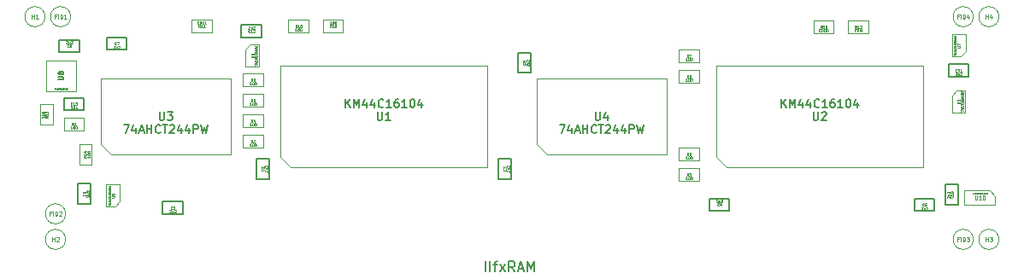
<source format=gbr>
G04 #@! TF.GenerationSoftware,KiCad,Pcbnew,(5.1.10-1-10_14)*
G04 #@! TF.CreationDate,2021-06-21T01:32:00-04:00*
G04 #@! TF.ProjectId,MacIIfxRAMSIMM,4d616349-4966-4785-9241-4d53494d4d2e,rev?*
G04 #@! TF.SameCoordinates,Original*
G04 #@! TF.FileFunction,Other,Fab,Top*
%FSLAX46Y46*%
G04 Gerber Fmt 4.6, Leading zero omitted, Abs format (unit mm)*
G04 Created by KiCad (PCBNEW (5.1.10-1-10_14)) date 2021-06-21 01:32:00*
%MOMM*%
%LPD*%
G01*
G04 APERTURE LIST*
%ADD10C,0.100000*%
%ADD11C,0.150000*%
%ADD12C,0.203200*%
%ADD13C,0.063500*%
%ADD14C,0.047625*%
%ADD15C,0.095250*%
%ADD16C,0.031750*%
%ADD17C,0.127000*%
G04 APERTURE END LIST*
D10*
X140882500Y-117809500D02*
X140882500Y-108774500D01*
X140882500Y-108774500D02*
X161377500Y-108774500D01*
X161377500Y-108774500D02*
X161377500Y-118809500D01*
X161377500Y-118809500D02*
X141882500Y-118809500D01*
X141882500Y-118809500D02*
X140882500Y-117809500D01*
X97702500Y-117809500D02*
X97702500Y-108774500D01*
X97702500Y-108774500D02*
X118197500Y-108774500D01*
X118197500Y-108774500D02*
X118197500Y-118809500D01*
X118197500Y-118809500D02*
X98702500Y-118809500D01*
X98702500Y-118809500D02*
X97702500Y-117809500D01*
X153940000Y-105527000D02*
X153940000Y-104277000D01*
X153940000Y-104277000D02*
X155940000Y-104277000D01*
X155940000Y-104277000D02*
X155940000Y-105527000D01*
X155940000Y-105527000D02*
X153940000Y-105527000D01*
X90916000Y-104213500D02*
X90916000Y-105463500D01*
X90916000Y-105463500D02*
X88916000Y-105463500D01*
X88916000Y-105463500D02*
X88916000Y-104213500D01*
X88916000Y-104213500D02*
X90916000Y-104213500D01*
D11*
X95850000Y-104725000D02*
X95850000Y-105975000D01*
X95850000Y-105975000D02*
X93850000Y-105975000D01*
X93850000Y-105975000D02*
X93850000Y-104725000D01*
X93850000Y-104725000D02*
X95850000Y-104725000D01*
D10*
X98504500Y-105463500D02*
X98504500Y-104213500D01*
X98504500Y-104213500D02*
X100504500Y-104213500D01*
X100504500Y-104213500D02*
X100504500Y-105463500D01*
X100504500Y-105463500D02*
X98504500Y-105463500D01*
X101933500Y-104213500D02*
X103933500Y-104213500D01*
X101933500Y-105463500D02*
X101933500Y-104213500D01*
X103933500Y-105463500D02*
X101933500Y-105463500D01*
X103933500Y-104213500D02*
X103933500Y-105463500D01*
X152511000Y-105527000D02*
X150511000Y-105527000D01*
X152511000Y-104277000D02*
X152511000Y-105527000D01*
X150511000Y-104277000D02*
X152511000Y-104277000D01*
X150511000Y-105527000D02*
X150511000Y-104277000D01*
X95620000Y-106650000D02*
X94770000Y-106650000D01*
X94270000Y-107150000D02*
X94270000Y-108850000D01*
X95620000Y-106650000D02*
X95620000Y-108850000D01*
X95620000Y-108850000D02*
X94270000Y-108850000D01*
X94770000Y-106650000D02*
X94270000Y-107150000D01*
X74406000Y-103886000D02*
G75*
G03*
X74406000Y-103886000I-1000000J0D01*
G01*
X79025000Y-116550000D02*
X79025000Y-118550000D01*
X77775000Y-116550000D02*
X79025000Y-116550000D01*
X77775000Y-118550000D02*
X77775000Y-116550000D01*
X79025000Y-118550000D02*
X77775000Y-118550000D01*
X73925000Y-112600000D02*
X75175000Y-112600000D01*
X75175000Y-112600000D02*
X75175000Y-114600000D01*
X75175000Y-114600000D02*
X73925000Y-114600000D01*
X73925000Y-114600000D02*
X73925000Y-112600000D01*
D11*
X163575000Y-120550000D02*
X164825000Y-120550000D01*
X164825000Y-120550000D02*
X164825000Y-122550000D01*
X164825000Y-122550000D02*
X163575000Y-122550000D01*
X163575000Y-122550000D02*
X163575000Y-120550000D01*
X86050000Y-123475000D02*
X86050000Y-122225000D01*
X86050000Y-122225000D02*
X88050000Y-122225000D01*
X88050000Y-122225000D02*
X88050000Y-123475000D01*
X88050000Y-123475000D02*
X86050000Y-123475000D01*
D10*
X167950000Y-121150000D02*
X165500000Y-121150000D01*
X168520000Y-121700000D02*
X168520000Y-122550000D01*
X167950000Y-121150000D02*
X168520000Y-121700000D01*
X168520000Y-122550000D02*
X165480000Y-122550000D01*
X165480000Y-121150000D02*
X165480000Y-122550000D01*
X123140000Y-116542000D02*
X123140000Y-110042000D01*
X123140000Y-110042000D02*
X135940000Y-110042000D01*
X135940000Y-110042000D02*
X135940000Y-117542000D01*
X135940000Y-117542000D02*
X124140000Y-117542000D01*
X124140000Y-117542000D02*
X123140000Y-116542000D01*
X74500000Y-111250000D02*
X74500000Y-108250000D01*
X77500000Y-108250000D02*
X77500000Y-111250000D01*
X74500000Y-108250000D02*
X77500000Y-108250000D01*
X77500000Y-111250000D02*
X74500000Y-111250000D01*
D11*
X165900000Y-109825000D02*
X163900000Y-109825000D01*
X165900000Y-108575000D02*
X165900000Y-109825000D01*
X163900000Y-108575000D02*
X165900000Y-108575000D01*
X163900000Y-109825000D02*
X163900000Y-108575000D01*
X142199500Y-121930000D02*
X142199500Y-123180000D01*
X142199500Y-123180000D02*
X140199500Y-123180000D01*
X140199500Y-123180000D02*
X140199500Y-121930000D01*
X140199500Y-121930000D02*
X142199500Y-121930000D01*
D10*
X76946000Y-103886000D02*
G75*
G03*
X76946000Y-103886000I-1000000J0D01*
G01*
X137176000Y-120195500D02*
X137176000Y-118945500D01*
X137176000Y-118945500D02*
X139176000Y-118945500D01*
X139176000Y-118945500D02*
X139176000Y-120195500D01*
X139176000Y-120195500D02*
X137176000Y-120195500D01*
X139176000Y-118163500D02*
X137176000Y-118163500D01*
X139176000Y-116913500D02*
X139176000Y-118163500D01*
X137176000Y-116913500D02*
X139176000Y-116913500D01*
X137176000Y-118163500D02*
X137176000Y-116913500D01*
X139176000Y-108384500D02*
X137176000Y-108384500D01*
X139176000Y-107134500D02*
X139176000Y-108384500D01*
X137176000Y-107134500D02*
X139176000Y-107134500D01*
X137176000Y-108384500D02*
X137176000Y-107134500D01*
X137176000Y-110416500D02*
X137176000Y-109166500D01*
X137176000Y-109166500D02*
X139176000Y-109166500D01*
X139176000Y-109166500D02*
X139176000Y-110416500D01*
X139176000Y-110416500D02*
X137176000Y-110416500D01*
X95996000Y-110797500D02*
X93996000Y-110797500D01*
X95996000Y-109547500D02*
X95996000Y-110797500D01*
X93996000Y-109547500D02*
X95996000Y-109547500D01*
X93996000Y-110797500D02*
X93996000Y-109547500D01*
X95996000Y-114861500D02*
X93996000Y-114861500D01*
X95996000Y-113611500D02*
X95996000Y-114861500D01*
X93996000Y-113611500D02*
X95996000Y-113611500D01*
X93996000Y-114861500D02*
X93996000Y-113611500D01*
X93996000Y-116893500D02*
X93996000Y-115643500D01*
X93996000Y-115643500D02*
X95996000Y-115643500D01*
X95996000Y-115643500D02*
X95996000Y-116893500D01*
X95996000Y-116893500D02*
X93996000Y-116893500D01*
X95996000Y-112829500D02*
X93996000Y-112829500D01*
X95996000Y-111579500D02*
X95996000Y-112829500D01*
X93996000Y-111579500D02*
X95996000Y-111579500D01*
X93996000Y-112829500D02*
X93996000Y-111579500D01*
X76438000Y-123444000D02*
G75*
G03*
X76438000Y-123444000I-1000000J0D01*
G01*
X166354000Y-125984000D02*
G75*
G03*
X166354000Y-125984000I-1000000J0D01*
G01*
X166354000Y-103886000D02*
G75*
G03*
X166354000Y-103886000I-1000000J0D01*
G01*
X76438000Y-125984000D02*
G75*
G03*
X76438000Y-125984000I-1000000J0D01*
G01*
X168894000Y-125984000D02*
G75*
G03*
X168894000Y-125984000I-1000000J0D01*
G01*
X168894000Y-103886000D02*
G75*
G03*
X168894000Y-103886000I-1000000J0D01*
G01*
X164720000Y-111200000D02*
X164220000Y-111700000D01*
X165570000Y-113400000D02*
X164220000Y-113400000D01*
X165570000Y-111200000D02*
X165570000Y-113400000D01*
X164220000Y-111700000D02*
X164220000Y-113400000D01*
X165570000Y-111200000D02*
X164720000Y-111200000D01*
X80480000Y-122750000D02*
X81330000Y-122750000D01*
X81830000Y-122250000D02*
X81830000Y-120550000D01*
X80480000Y-122750000D02*
X80480000Y-120550000D01*
X80480000Y-120550000D02*
X81830000Y-120550000D01*
X81330000Y-122750000D02*
X81830000Y-122250000D01*
X164230000Y-107850000D02*
X165080000Y-107850000D01*
X165580000Y-107350000D02*
X165580000Y-105650000D01*
X164230000Y-107850000D02*
X164230000Y-105650000D01*
X164230000Y-105650000D02*
X165580000Y-105650000D01*
X165080000Y-107850000D02*
X165580000Y-107350000D01*
X80960000Y-117542000D02*
X79960000Y-116542000D01*
X92760000Y-117542000D02*
X80960000Y-117542000D01*
X92760000Y-110042000D02*
X92760000Y-117542000D01*
X79960000Y-110042000D02*
X92760000Y-110042000D01*
X79960000Y-116542000D02*
X79960000Y-110042000D01*
X78250000Y-115175000D02*
X76250000Y-115175000D01*
X78250000Y-113925000D02*
X78250000Y-115175000D01*
X76250000Y-113925000D02*
X78250000Y-113925000D01*
X76250000Y-115175000D02*
X76250000Y-113925000D01*
D11*
X96573500Y-117974500D02*
X96573500Y-119974500D01*
X95323500Y-117974500D02*
X96573500Y-117974500D01*
X95323500Y-119974500D02*
X95323500Y-117974500D01*
X96573500Y-119974500D02*
X95323500Y-119974500D01*
X120576500Y-117974500D02*
X120576500Y-119974500D01*
X119326500Y-117974500D02*
X120576500Y-117974500D01*
X119326500Y-119974500D02*
X119326500Y-117974500D01*
X120576500Y-119974500D02*
X119326500Y-119974500D01*
X160505000Y-123180000D02*
X160505000Y-121930000D01*
X160505000Y-121930000D02*
X162505000Y-121930000D01*
X162505000Y-121930000D02*
X162505000Y-123180000D01*
X162505000Y-123180000D02*
X160505000Y-123180000D01*
X82495000Y-107178000D02*
X80495000Y-107178000D01*
X82495000Y-105928000D02*
X82495000Y-107178000D01*
X80495000Y-105928000D02*
X82495000Y-105928000D01*
X80495000Y-107178000D02*
X80495000Y-105928000D01*
X122481500Y-107458000D02*
X122481500Y-109458000D01*
X121231500Y-107458000D02*
X122481500Y-107458000D01*
X121231500Y-109458000D02*
X121231500Y-107458000D01*
X122481500Y-109458000D02*
X121231500Y-109458000D01*
X76250000Y-113175000D02*
X76250000Y-111925000D01*
X76250000Y-111925000D02*
X78250000Y-111925000D01*
X78250000Y-111925000D02*
X78250000Y-113175000D01*
X78250000Y-113175000D02*
X76250000Y-113175000D01*
X78925000Y-122450000D02*
X77675000Y-122450000D01*
X77675000Y-122450000D02*
X77675000Y-120450000D01*
X77675000Y-120450000D02*
X78925000Y-120450000D01*
X78925000Y-120450000D02*
X78925000Y-122450000D01*
X75800000Y-106175000D02*
X77800000Y-106175000D01*
X75800000Y-107425000D02*
X75800000Y-106175000D01*
X77800000Y-107425000D02*
X75800000Y-107425000D01*
X77800000Y-106175000D02*
X77800000Y-107425000D01*
D12*
X150510723Y-113346895D02*
X150510723Y-114004876D01*
X150549428Y-114082285D01*
X150588133Y-114120990D01*
X150665542Y-114159695D01*
X150820361Y-114159695D01*
X150897771Y-114120990D01*
X150936476Y-114082285D01*
X150975180Y-114004876D01*
X150975180Y-113346895D01*
X151323523Y-113424304D02*
X151362228Y-113385600D01*
X151439638Y-113346895D01*
X151633161Y-113346895D01*
X151710571Y-113385600D01*
X151749276Y-113424304D01*
X151787980Y-113501714D01*
X151787980Y-113579123D01*
X151749276Y-113695238D01*
X151284819Y-114159695D01*
X151787980Y-114159695D01*
X147336933Y-112889695D02*
X147336933Y-112076895D01*
X147801390Y-112889695D02*
X147453047Y-112425238D01*
X147801390Y-112076895D02*
X147336933Y-112541352D01*
X148149733Y-112889695D02*
X148149733Y-112076895D01*
X148420666Y-112657466D01*
X148691600Y-112076895D01*
X148691600Y-112889695D01*
X149426990Y-112347828D02*
X149426990Y-112889695D01*
X149233466Y-112038190D02*
X149039942Y-112618761D01*
X149543104Y-112618761D01*
X150201085Y-112347828D02*
X150201085Y-112889695D01*
X150007561Y-112038190D02*
X149814038Y-112618761D01*
X150317200Y-112618761D01*
X151091295Y-112812285D02*
X151052590Y-112850990D01*
X150936476Y-112889695D01*
X150859066Y-112889695D01*
X150742952Y-112850990D01*
X150665542Y-112773580D01*
X150626838Y-112696171D01*
X150588133Y-112541352D01*
X150588133Y-112425238D01*
X150626838Y-112270419D01*
X150665542Y-112193009D01*
X150742952Y-112115600D01*
X150859066Y-112076895D01*
X150936476Y-112076895D01*
X151052590Y-112115600D01*
X151091295Y-112154304D01*
X151865390Y-112889695D02*
X151400933Y-112889695D01*
X151633161Y-112889695D02*
X151633161Y-112076895D01*
X151555752Y-112193009D01*
X151478342Y-112270419D01*
X151400933Y-112309123D01*
X152562076Y-112076895D02*
X152407257Y-112076895D01*
X152329847Y-112115600D01*
X152291142Y-112154304D01*
X152213733Y-112270419D01*
X152175028Y-112425238D01*
X152175028Y-112734876D01*
X152213733Y-112812285D01*
X152252438Y-112850990D01*
X152329847Y-112889695D01*
X152484666Y-112889695D01*
X152562076Y-112850990D01*
X152600780Y-112812285D01*
X152639485Y-112734876D01*
X152639485Y-112541352D01*
X152600780Y-112463942D01*
X152562076Y-112425238D01*
X152484666Y-112386533D01*
X152329847Y-112386533D01*
X152252438Y-112425238D01*
X152213733Y-112463942D01*
X152175028Y-112541352D01*
X153413580Y-112889695D02*
X152949123Y-112889695D01*
X153181352Y-112889695D02*
X153181352Y-112076895D01*
X153103942Y-112193009D01*
X153026533Y-112270419D01*
X152949123Y-112309123D01*
X153916742Y-112076895D02*
X153994152Y-112076895D01*
X154071561Y-112115600D01*
X154110266Y-112154304D01*
X154148971Y-112231714D01*
X154187676Y-112386533D01*
X154187676Y-112580057D01*
X154148971Y-112734876D01*
X154110266Y-112812285D01*
X154071561Y-112850990D01*
X153994152Y-112889695D01*
X153916742Y-112889695D01*
X153839333Y-112850990D01*
X153800628Y-112812285D01*
X153761923Y-112734876D01*
X153723219Y-112580057D01*
X153723219Y-112386533D01*
X153761923Y-112231714D01*
X153800628Y-112154304D01*
X153839333Y-112115600D01*
X153916742Y-112076895D01*
X154884361Y-112347828D02*
X154884361Y-112889695D01*
X154690838Y-112038190D02*
X154497314Y-112618761D01*
X155000476Y-112618761D01*
X107330723Y-113346895D02*
X107330723Y-114004876D01*
X107369428Y-114082285D01*
X107408133Y-114120990D01*
X107485542Y-114159695D01*
X107640361Y-114159695D01*
X107717771Y-114120990D01*
X107756476Y-114082285D01*
X107795180Y-114004876D01*
X107795180Y-113346895D01*
X108607980Y-114159695D02*
X108143523Y-114159695D01*
X108375752Y-114159695D02*
X108375752Y-113346895D01*
X108298342Y-113463009D01*
X108220933Y-113540419D01*
X108143523Y-113579123D01*
X104156933Y-112889695D02*
X104156933Y-112076895D01*
X104621390Y-112889695D02*
X104273047Y-112425238D01*
X104621390Y-112076895D02*
X104156933Y-112541352D01*
X104969733Y-112889695D02*
X104969733Y-112076895D01*
X105240666Y-112657466D01*
X105511600Y-112076895D01*
X105511600Y-112889695D01*
X106246990Y-112347828D02*
X106246990Y-112889695D01*
X106053466Y-112038190D02*
X105859942Y-112618761D01*
X106363104Y-112618761D01*
X107021085Y-112347828D02*
X107021085Y-112889695D01*
X106827561Y-112038190D02*
X106634038Y-112618761D01*
X107137200Y-112618761D01*
X107911295Y-112812285D02*
X107872590Y-112850990D01*
X107756476Y-112889695D01*
X107679066Y-112889695D01*
X107562952Y-112850990D01*
X107485542Y-112773580D01*
X107446838Y-112696171D01*
X107408133Y-112541352D01*
X107408133Y-112425238D01*
X107446838Y-112270419D01*
X107485542Y-112193009D01*
X107562952Y-112115600D01*
X107679066Y-112076895D01*
X107756476Y-112076895D01*
X107872590Y-112115600D01*
X107911295Y-112154304D01*
X108685390Y-112889695D02*
X108220933Y-112889695D01*
X108453161Y-112889695D02*
X108453161Y-112076895D01*
X108375752Y-112193009D01*
X108298342Y-112270419D01*
X108220933Y-112309123D01*
X109382076Y-112076895D02*
X109227257Y-112076895D01*
X109149847Y-112115600D01*
X109111142Y-112154304D01*
X109033733Y-112270419D01*
X108995028Y-112425238D01*
X108995028Y-112734876D01*
X109033733Y-112812285D01*
X109072438Y-112850990D01*
X109149847Y-112889695D01*
X109304666Y-112889695D01*
X109382076Y-112850990D01*
X109420780Y-112812285D01*
X109459485Y-112734876D01*
X109459485Y-112541352D01*
X109420780Y-112463942D01*
X109382076Y-112425238D01*
X109304666Y-112386533D01*
X109149847Y-112386533D01*
X109072438Y-112425238D01*
X109033733Y-112463942D01*
X108995028Y-112541352D01*
X110233580Y-112889695D02*
X109769123Y-112889695D01*
X110001352Y-112889695D02*
X110001352Y-112076895D01*
X109923942Y-112193009D01*
X109846533Y-112270419D01*
X109769123Y-112309123D01*
X110736742Y-112076895D02*
X110814152Y-112076895D01*
X110891561Y-112115600D01*
X110930266Y-112154304D01*
X110968971Y-112231714D01*
X111007676Y-112386533D01*
X111007676Y-112580057D01*
X110968971Y-112734876D01*
X110930266Y-112812285D01*
X110891561Y-112850990D01*
X110814152Y-112889695D01*
X110736742Y-112889695D01*
X110659333Y-112850990D01*
X110620628Y-112812285D01*
X110581923Y-112734876D01*
X110543219Y-112580057D01*
X110543219Y-112386533D01*
X110581923Y-112231714D01*
X110620628Y-112154304D01*
X110659333Y-112115600D01*
X110736742Y-112076895D01*
X111704361Y-112347828D02*
X111704361Y-112889695D01*
X111510838Y-112038190D02*
X111317314Y-112618761D01*
X111820476Y-112618761D01*
D13*
X154776714Y-105016904D02*
X154692047Y-104895952D01*
X154631571Y-105016904D02*
X154631571Y-104762904D01*
X154728333Y-104762904D01*
X154752523Y-104775000D01*
X154764619Y-104787095D01*
X154776714Y-104811285D01*
X154776714Y-104847571D01*
X154764619Y-104871761D01*
X154752523Y-104883857D01*
X154728333Y-104895952D01*
X154631571Y-104895952D01*
X155018619Y-105016904D02*
X154873476Y-105016904D01*
X154946047Y-105016904D02*
X154946047Y-104762904D01*
X154921857Y-104799190D01*
X154897666Y-104823380D01*
X154873476Y-104835476D01*
X155115380Y-104787095D02*
X155127476Y-104775000D01*
X155151666Y-104762904D01*
X155212142Y-104762904D01*
X155236333Y-104775000D01*
X155248428Y-104787095D01*
X155260523Y-104811285D01*
X155260523Y-104835476D01*
X155248428Y-104871761D01*
X155103285Y-105016904D01*
X155260523Y-105016904D01*
X154704142Y-105233857D02*
X154619476Y-105233857D01*
X154619476Y-105366904D02*
X154619476Y-105112904D01*
X154740428Y-105112904D01*
X154837190Y-105366904D02*
X154837190Y-105112904D01*
X154933952Y-105112904D01*
X154958142Y-105125000D01*
X154970238Y-105137095D01*
X154982333Y-105161285D01*
X154982333Y-105197571D01*
X154970238Y-105221761D01*
X154958142Y-105233857D01*
X154933952Y-105245952D01*
X154837190Y-105245952D01*
X155091190Y-105366904D02*
X155091190Y-105112904D01*
X155175857Y-105294333D01*
X155260523Y-105112904D01*
X155260523Y-105366904D01*
X89752714Y-104953404D02*
X89668047Y-104832452D01*
X89607571Y-104953404D02*
X89607571Y-104699404D01*
X89704333Y-104699404D01*
X89728523Y-104711500D01*
X89740619Y-104723595D01*
X89752714Y-104747785D01*
X89752714Y-104784071D01*
X89740619Y-104808261D01*
X89728523Y-104820357D01*
X89704333Y-104832452D01*
X89607571Y-104832452D01*
X89994619Y-104953404D02*
X89849476Y-104953404D01*
X89922047Y-104953404D02*
X89922047Y-104699404D01*
X89897857Y-104735690D01*
X89873666Y-104759880D01*
X89849476Y-104771976D01*
X90236523Y-104953404D02*
X90091380Y-104953404D01*
X90163952Y-104953404D02*
X90163952Y-104699404D01*
X90139761Y-104735690D01*
X90115571Y-104759880D01*
X90091380Y-104771976D01*
X89480571Y-104470357D02*
X89565238Y-104470357D01*
X89601523Y-104603404D02*
X89480571Y-104603404D01*
X89480571Y-104349404D01*
X89601523Y-104349404D01*
X89710380Y-104603404D02*
X89710380Y-104349404D01*
X89770857Y-104349404D01*
X89807142Y-104361500D01*
X89831333Y-104385690D01*
X89843428Y-104409880D01*
X89855523Y-104458261D01*
X89855523Y-104494547D01*
X89843428Y-104542928D01*
X89831333Y-104567119D01*
X89807142Y-104591309D01*
X89770857Y-104603404D01*
X89710380Y-104603404D01*
X90012761Y-104349404D02*
X90061142Y-104349404D01*
X90085333Y-104361500D01*
X90109523Y-104385690D01*
X90121619Y-104434071D01*
X90121619Y-104518738D01*
X90109523Y-104567119D01*
X90085333Y-104591309D01*
X90061142Y-104603404D01*
X90012761Y-104603404D01*
X89988571Y-104591309D01*
X89964380Y-104567119D01*
X89952285Y-104518738D01*
X89952285Y-104434071D01*
X89964380Y-104385690D01*
X89988571Y-104361500D01*
X90012761Y-104349404D01*
X90363523Y-104603404D02*
X90218380Y-104603404D01*
X90290952Y-104603404D02*
X90290952Y-104349404D01*
X90266761Y-104385690D01*
X90242571Y-104409880D01*
X90218380Y-104421976D01*
X94686714Y-105440714D02*
X94674619Y-105452809D01*
X94638333Y-105464904D01*
X94614142Y-105464904D01*
X94577857Y-105452809D01*
X94553666Y-105428619D01*
X94541571Y-105404428D01*
X94529476Y-105356047D01*
X94529476Y-105319761D01*
X94541571Y-105271380D01*
X94553666Y-105247190D01*
X94577857Y-105223000D01*
X94614142Y-105210904D01*
X94638333Y-105210904D01*
X94674619Y-105223000D01*
X94686714Y-105235095D01*
X94928619Y-105464904D02*
X94783476Y-105464904D01*
X94856047Y-105464904D02*
X94856047Y-105210904D01*
X94831857Y-105247190D01*
X94807666Y-105271380D01*
X94783476Y-105283476D01*
X95025380Y-105235095D02*
X95037476Y-105223000D01*
X95061666Y-105210904D01*
X95122142Y-105210904D01*
X95146333Y-105223000D01*
X95158428Y-105235095D01*
X95170523Y-105259285D01*
X95170523Y-105283476D01*
X95158428Y-105319761D01*
X95013285Y-105464904D01*
X95170523Y-105464904D01*
X94541571Y-104885095D02*
X94553666Y-104873000D01*
X94577857Y-104860904D01*
X94638333Y-104860904D01*
X94662523Y-104873000D01*
X94674619Y-104885095D01*
X94686714Y-104909285D01*
X94686714Y-104933476D01*
X94674619Y-104969761D01*
X94529476Y-105114904D01*
X94686714Y-105114904D01*
X94904428Y-104945571D02*
X94904428Y-105114904D01*
X94795571Y-104945571D02*
X94795571Y-105078619D01*
X94807666Y-105102809D01*
X94831857Y-105114904D01*
X94868142Y-105114904D01*
X94892333Y-105102809D01*
X94904428Y-105090714D01*
X95013285Y-104885095D02*
X95025380Y-104873000D01*
X95049571Y-104860904D01*
X95110047Y-104860904D01*
X95134238Y-104873000D01*
X95146333Y-104885095D01*
X95158428Y-104909285D01*
X95158428Y-104933476D01*
X95146333Y-104969761D01*
X95001190Y-105114904D01*
X95158428Y-105114904D01*
X99341214Y-104953404D02*
X99256547Y-104832452D01*
X99196071Y-104953404D02*
X99196071Y-104699404D01*
X99292833Y-104699404D01*
X99317023Y-104711500D01*
X99329119Y-104723595D01*
X99341214Y-104747785D01*
X99341214Y-104784071D01*
X99329119Y-104808261D01*
X99317023Y-104820357D01*
X99292833Y-104832452D01*
X99196071Y-104832452D01*
X99583119Y-104953404D02*
X99437976Y-104953404D01*
X99510547Y-104953404D02*
X99510547Y-104699404D01*
X99486357Y-104735690D01*
X99462166Y-104759880D01*
X99437976Y-104771976D01*
X99800833Y-104699404D02*
X99752452Y-104699404D01*
X99728261Y-104711500D01*
X99716166Y-104723595D01*
X99691976Y-104759880D01*
X99679880Y-104808261D01*
X99679880Y-104905023D01*
X99691976Y-104929214D01*
X99704071Y-104941309D01*
X99728261Y-104953404D01*
X99776642Y-104953404D01*
X99800833Y-104941309D01*
X99812928Y-104929214D01*
X99825023Y-104905023D01*
X99825023Y-104844547D01*
X99812928Y-104820357D01*
X99800833Y-104808261D01*
X99776642Y-104796166D01*
X99728261Y-104796166D01*
X99704071Y-104808261D01*
X99691976Y-104820357D01*
X99679880Y-104844547D01*
X99335166Y-105303404D02*
X99190023Y-105303404D01*
X99262595Y-105303404D02*
X99262595Y-105049404D01*
X99238404Y-105085690D01*
X99214214Y-105109880D01*
X99190023Y-105121976D01*
X99492404Y-105049404D02*
X99516595Y-105049404D01*
X99540785Y-105061500D01*
X99552880Y-105073595D01*
X99564976Y-105097785D01*
X99577071Y-105146166D01*
X99577071Y-105206642D01*
X99564976Y-105255023D01*
X99552880Y-105279214D01*
X99540785Y-105291309D01*
X99516595Y-105303404D01*
X99492404Y-105303404D01*
X99468214Y-105291309D01*
X99456119Y-105279214D01*
X99444023Y-105255023D01*
X99431928Y-105206642D01*
X99431928Y-105146166D01*
X99444023Y-105097785D01*
X99456119Y-105073595D01*
X99468214Y-105061500D01*
X99492404Y-105049404D01*
X99734309Y-105049404D02*
X99758500Y-105049404D01*
X99782690Y-105061500D01*
X99794785Y-105073595D01*
X99806880Y-105097785D01*
X99818976Y-105146166D01*
X99818976Y-105206642D01*
X99806880Y-105255023D01*
X99794785Y-105279214D01*
X99782690Y-105291309D01*
X99758500Y-105303404D01*
X99734309Y-105303404D01*
X99710119Y-105291309D01*
X99698023Y-105279214D01*
X99685928Y-105255023D01*
X99673833Y-105206642D01*
X99673833Y-105146166D01*
X99685928Y-105097785D01*
X99698023Y-105073595D01*
X99710119Y-105061500D01*
X99734309Y-105049404D01*
X102770214Y-104953404D02*
X102685547Y-104832452D01*
X102625071Y-104953404D02*
X102625071Y-104699404D01*
X102721833Y-104699404D01*
X102746023Y-104711500D01*
X102758119Y-104723595D01*
X102770214Y-104747785D01*
X102770214Y-104784071D01*
X102758119Y-104808261D01*
X102746023Y-104820357D01*
X102721833Y-104832452D01*
X102625071Y-104832452D01*
X103012119Y-104953404D02*
X102866976Y-104953404D01*
X102939547Y-104953404D02*
X102939547Y-104699404D01*
X102915357Y-104735690D01*
X102891166Y-104759880D01*
X102866976Y-104771976D01*
X103241928Y-104699404D02*
X103120976Y-104699404D01*
X103108880Y-104820357D01*
X103120976Y-104808261D01*
X103145166Y-104796166D01*
X103205642Y-104796166D01*
X103229833Y-104808261D01*
X103241928Y-104820357D01*
X103254023Y-104844547D01*
X103254023Y-104905023D01*
X103241928Y-104929214D01*
X103229833Y-104941309D01*
X103205642Y-104953404D01*
X103145166Y-104953404D01*
X103120976Y-104941309D01*
X103108880Y-104929214D01*
X102764166Y-104603404D02*
X102619023Y-104603404D01*
X102691595Y-104603404D02*
X102691595Y-104349404D01*
X102667404Y-104385690D01*
X102643214Y-104409880D01*
X102619023Y-104421976D01*
X102921404Y-104349404D02*
X102945595Y-104349404D01*
X102969785Y-104361500D01*
X102981880Y-104373595D01*
X102993976Y-104397785D01*
X103006071Y-104446166D01*
X103006071Y-104506642D01*
X102993976Y-104555023D01*
X102981880Y-104579214D01*
X102969785Y-104591309D01*
X102945595Y-104603404D01*
X102921404Y-104603404D01*
X102897214Y-104591309D01*
X102885119Y-104579214D01*
X102873023Y-104555023D01*
X102860928Y-104506642D01*
X102860928Y-104446166D01*
X102873023Y-104397785D01*
X102885119Y-104373595D01*
X102897214Y-104361500D01*
X102921404Y-104349404D01*
X103163309Y-104349404D02*
X103187500Y-104349404D01*
X103211690Y-104361500D01*
X103223785Y-104373595D01*
X103235880Y-104397785D01*
X103247976Y-104446166D01*
X103247976Y-104506642D01*
X103235880Y-104555023D01*
X103223785Y-104579214D01*
X103211690Y-104591309D01*
X103187500Y-104603404D01*
X103163309Y-104603404D01*
X103139119Y-104591309D01*
X103127023Y-104579214D01*
X103114928Y-104555023D01*
X103102833Y-104506642D01*
X103102833Y-104446166D01*
X103114928Y-104397785D01*
X103127023Y-104373595D01*
X103139119Y-104361500D01*
X103163309Y-104349404D01*
X151347714Y-105016904D02*
X151263047Y-104895952D01*
X151202571Y-105016904D02*
X151202571Y-104762904D01*
X151299333Y-104762904D01*
X151323523Y-104775000D01*
X151335619Y-104787095D01*
X151347714Y-104811285D01*
X151347714Y-104847571D01*
X151335619Y-104871761D01*
X151323523Y-104883857D01*
X151299333Y-104895952D01*
X151202571Y-104895952D01*
X151589619Y-105016904D02*
X151444476Y-105016904D01*
X151517047Y-105016904D02*
X151517047Y-104762904D01*
X151492857Y-104799190D01*
X151468666Y-104823380D01*
X151444476Y-104835476D01*
X151746857Y-104762904D02*
X151771047Y-104762904D01*
X151795238Y-104775000D01*
X151807333Y-104787095D01*
X151819428Y-104811285D01*
X151831523Y-104859666D01*
X151831523Y-104920142D01*
X151819428Y-104968523D01*
X151807333Y-104992714D01*
X151795238Y-105004809D01*
X151771047Y-105016904D01*
X151746857Y-105016904D01*
X151722666Y-105004809D01*
X151710571Y-104992714D01*
X151698476Y-104968523D01*
X151686380Y-104920142D01*
X151686380Y-104859666D01*
X151698476Y-104811285D01*
X151710571Y-104787095D01*
X151722666Y-104775000D01*
X151746857Y-104762904D01*
X151075571Y-105233857D02*
X151160238Y-105233857D01*
X151196523Y-105366904D02*
X151075571Y-105366904D01*
X151075571Y-105112904D01*
X151196523Y-105112904D01*
X151305380Y-105366904D02*
X151305380Y-105112904D01*
X151365857Y-105112904D01*
X151402142Y-105125000D01*
X151426333Y-105149190D01*
X151438428Y-105173380D01*
X151450523Y-105221761D01*
X151450523Y-105258047D01*
X151438428Y-105306428D01*
X151426333Y-105330619D01*
X151402142Y-105354809D01*
X151365857Y-105366904D01*
X151305380Y-105366904D01*
X151607761Y-105112904D02*
X151656142Y-105112904D01*
X151680333Y-105125000D01*
X151704523Y-105149190D01*
X151716619Y-105197571D01*
X151716619Y-105282238D01*
X151704523Y-105330619D01*
X151680333Y-105354809D01*
X151656142Y-105366904D01*
X151607761Y-105366904D01*
X151583571Y-105354809D01*
X151559380Y-105330619D01*
X151547285Y-105282238D01*
X151547285Y-105197571D01*
X151559380Y-105149190D01*
X151583571Y-105125000D01*
X151607761Y-105112904D01*
X151873857Y-105112904D02*
X151898047Y-105112904D01*
X151922238Y-105125000D01*
X151934333Y-105137095D01*
X151946428Y-105161285D01*
X151958523Y-105209666D01*
X151958523Y-105270142D01*
X151946428Y-105318523D01*
X151934333Y-105342714D01*
X151922238Y-105354809D01*
X151898047Y-105366904D01*
X151873857Y-105366904D01*
X151849666Y-105354809D01*
X151837571Y-105342714D01*
X151825476Y-105318523D01*
X151813380Y-105270142D01*
X151813380Y-105209666D01*
X151825476Y-105161285D01*
X151837571Y-105137095D01*
X151849666Y-105125000D01*
X151873857Y-105112904D01*
X94810904Y-107943523D02*
X95016523Y-107943523D01*
X95040714Y-107931428D01*
X95052809Y-107919333D01*
X95064904Y-107895142D01*
X95064904Y-107846761D01*
X95052809Y-107822571D01*
X95040714Y-107810476D01*
X95016523Y-107798380D01*
X94810904Y-107798380D01*
X95064904Y-107665333D02*
X95064904Y-107616952D01*
X95052809Y-107592761D01*
X95040714Y-107580666D01*
X95004428Y-107556476D01*
X94956047Y-107544380D01*
X94859285Y-107544380D01*
X94835095Y-107556476D01*
X94823000Y-107568571D01*
X94810904Y-107592761D01*
X94810904Y-107641142D01*
X94823000Y-107665333D01*
X94835095Y-107677428D01*
X94859285Y-107689523D01*
X94919761Y-107689523D01*
X94943952Y-107677428D01*
X94956047Y-107665333D01*
X94968142Y-107641142D01*
X94968142Y-107592761D01*
X94956047Y-107568571D01*
X94943952Y-107556476D01*
X94919761Y-107544380D01*
D14*
X95195678Y-108729714D02*
X95195678Y-108602714D01*
X95386178Y-108684357D01*
X95259178Y-108448500D02*
X95386178Y-108448500D01*
X95186607Y-108493857D02*
X95322678Y-108539214D01*
X95322678Y-108421285D01*
X95386178Y-108258000D02*
X95386178Y-108348714D01*
X95195678Y-108348714D01*
X95195678Y-108221714D02*
X95386178Y-108158214D01*
X95195678Y-108094714D01*
X95368035Y-107922357D02*
X95377107Y-107931428D01*
X95386178Y-107958642D01*
X95386178Y-107976785D01*
X95377107Y-108004000D01*
X95358964Y-108022142D01*
X95340821Y-108031214D01*
X95304535Y-108040285D01*
X95277321Y-108040285D01*
X95241035Y-108031214D01*
X95222892Y-108022142D01*
X95204750Y-108004000D01*
X95195678Y-107976785D01*
X95195678Y-107958642D01*
X95204750Y-107931428D01*
X95213821Y-107922357D01*
X95386178Y-107740928D02*
X95386178Y-107849785D01*
X95386178Y-107795357D02*
X95195678Y-107795357D01*
X95222892Y-107813500D01*
X95241035Y-107831642D01*
X95250107Y-107849785D01*
X95204750Y-107559500D02*
X95195678Y-107577642D01*
X95195678Y-107604857D01*
X95204750Y-107632071D01*
X95222892Y-107650214D01*
X95241035Y-107659285D01*
X95277321Y-107668357D01*
X95304535Y-107668357D01*
X95340821Y-107659285D01*
X95358964Y-107650214D01*
X95377107Y-107632071D01*
X95386178Y-107604857D01*
X95386178Y-107586714D01*
X95377107Y-107559500D01*
X95368035Y-107550428D01*
X95304535Y-107550428D01*
X95304535Y-107586714D01*
X95195678Y-107432500D02*
X95195678Y-107414357D01*
X95204750Y-107396214D01*
X95213821Y-107387142D01*
X95231964Y-107378071D01*
X95268250Y-107369000D01*
X95313607Y-107369000D01*
X95349892Y-107378071D01*
X95368035Y-107387142D01*
X95377107Y-107396214D01*
X95386178Y-107414357D01*
X95386178Y-107432500D01*
X95377107Y-107450642D01*
X95368035Y-107459714D01*
X95349892Y-107468785D01*
X95313607Y-107477857D01*
X95268250Y-107477857D01*
X95231964Y-107468785D01*
X95213821Y-107459714D01*
X95204750Y-107450642D01*
X95195678Y-107432500D01*
X95259178Y-107205714D02*
X95386178Y-107205714D01*
X95186607Y-107251071D02*
X95322678Y-107296428D01*
X95322678Y-107178500D01*
X95204750Y-107006142D02*
X95195678Y-107024285D01*
X95195678Y-107051500D01*
X95204750Y-107078714D01*
X95222892Y-107096857D01*
X95241035Y-107105928D01*
X95277321Y-107115000D01*
X95304535Y-107115000D01*
X95340821Y-107105928D01*
X95358964Y-107096857D01*
X95377107Y-107078714D01*
X95386178Y-107051500D01*
X95386178Y-107033357D01*
X95377107Y-107006142D01*
X95368035Y-106997071D01*
X95304535Y-106997071D01*
X95304535Y-107033357D01*
X95195678Y-106933571D02*
X95386178Y-106888214D01*
X95250107Y-106851928D01*
X95386178Y-106815642D01*
X95195678Y-106770285D01*
D10*
X73101238Y-104066952D02*
X73101238Y-103666952D01*
X73101238Y-103857428D02*
X73329809Y-103857428D01*
X73329809Y-104066952D02*
X73329809Y-103666952D01*
X73729809Y-104066952D02*
X73501238Y-104066952D01*
X73615523Y-104066952D02*
X73615523Y-103666952D01*
X73577428Y-103724095D01*
X73539333Y-103762190D01*
X73501238Y-103781238D01*
D13*
X78514904Y-117713285D02*
X78393952Y-117797952D01*
X78514904Y-117858428D02*
X78260904Y-117858428D01*
X78260904Y-117761666D01*
X78273000Y-117737476D01*
X78285095Y-117725380D01*
X78309285Y-117713285D01*
X78345571Y-117713285D01*
X78369761Y-117725380D01*
X78381857Y-117737476D01*
X78393952Y-117761666D01*
X78393952Y-117858428D01*
X78514904Y-117471380D02*
X78514904Y-117616523D01*
X78514904Y-117543952D02*
X78260904Y-117543952D01*
X78297190Y-117568142D01*
X78321380Y-117592333D01*
X78333476Y-117616523D01*
X78345571Y-117253666D02*
X78514904Y-117253666D01*
X78248809Y-117314142D02*
X78430238Y-117374619D01*
X78430238Y-117217380D01*
X78864904Y-117719333D02*
X78864904Y-117864476D01*
X78864904Y-117791904D02*
X78610904Y-117791904D01*
X78647190Y-117816095D01*
X78671380Y-117840285D01*
X78683476Y-117864476D01*
X78610904Y-117562095D02*
X78610904Y-117537904D01*
X78623000Y-117513714D01*
X78635095Y-117501619D01*
X78659285Y-117489523D01*
X78707666Y-117477428D01*
X78768142Y-117477428D01*
X78816523Y-117489523D01*
X78840714Y-117501619D01*
X78852809Y-117513714D01*
X78864904Y-117537904D01*
X78864904Y-117562095D01*
X78852809Y-117586285D01*
X78840714Y-117598380D01*
X78816523Y-117610476D01*
X78768142Y-117622571D01*
X78707666Y-117622571D01*
X78659285Y-117610476D01*
X78635095Y-117598380D01*
X78623000Y-117586285D01*
X78610904Y-117562095D01*
X78610904Y-117320190D02*
X78610904Y-117296000D01*
X78623000Y-117271809D01*
X78635095Y-117259714D01*
X78659285Y-117247619D01*
X78707666Y-117235523D01*
X78768142Y-117235523D01*
X78816523Y-117247619D01*
X78840714Y-117259714D01*
X78852809Y-117271809D01*
X78864904Y-117296000D01*
X78864904Y-117320190D01*
X78852809Y-117344380D01*
X78840714Y-117356476D01*
X78816523Y-117368571D01*
X78768142Y-117380666D01*
X78707666Y-117380666D01*
X78659285Y-117368571D01*
X78635095Y-117356476D01*
X78623000Y-117344380D01*
X78610904Y-117320190D01*
X74664904Y-113763285D02*
X74543952Y-113847952D01*
X74664904Y-113908428D02*
X74410904Y-113908428D01*
X74410904Y-113811666D01*
X74423000Y-113787476D01*
X74435095Y-113775380D01*
X74459285Y-113763285D01*
X74495571Y-113763285D01*
X74519761Y-113775380D01*
X74531857Y-113787476D01*
X74543952Y-113811666D01*
X74543952Y-113908428D01*
X74664904Y-113521380D02*
X74664904Y-113666523D01*
X74664904Y-113593952D02*
X74410904Y-113593952D01*
X74447190Y-113618142D01*
X74471380Y-113642333D01*
X74483476Y-113666523D01*
X74410904Y-113436714D02*
X74410904Y-113279476D01*
X74507666Y-113364142D01*
X74507666Y-113327857D01*
X74519761Y-113303666D01*
X74531857Y-113291571D01*
X74556047Y-113279476D01*
X74616523Y-113279476D01*
X74640714Y-113291571D01*
X74652809Y-113303666D01*
X74664904Y-113327857D01*
X74664904Y-113400428D01*
X74652809Y-113424619D01*
X74640714Y-113436714D01*
X74314904Y-113769333D02*
X74314904Y-113914476D01*
X74314904Y-113841904D02*
X74060904Y-113841904D01*
X74097190Y-113866095D01*
X74121380Y-113890285D01*
X74133476Y-113914476D01*
X74060904Y-113612095D02*
X74060904Y-113587904D01*
X74073000Y-113563714D01*
X74085095Y-113551619D01*
X74109285Y-113539523D01*
X74157666Y-113527428D01*
X74218142Y-113527428D01*
X74266523Y-113539523D01*
X74290714Y-113551619D01*
X74302809Y-113563714D01*
X74314904Y-113587904D01*
X74314904Y-113612095D01*
X74302809Y-113636285D01*
X74290714Y-113648380D01*
X74266523Y-113660476D01*
X74218142Y-113672571D01*
X74157666Y-113672571D01*
X74109285Y-113660476D01*
X74085095Y-113648380D01*
X74073000Y-113636285D01*
X74060904Y-113612095D01*
X74060904Y-113370190D02*
X74060904Y-113346000D01*
X74073000Y-113321809D01*
X74085095Y-113309714D01*
X74109285Y-113297619D01*
X74157666Y-113285523D01*
X74218142Y-113285523D01*
X74266523Y-113297619D01*
X74290714Y-113309714D01*
X74302809Y-113321809D01*
X74314904Y-113346000D01*
X74314904Y-113370190D01*
X74302809Y-113394380D01*
X74290714Y-113406476D01*
X74266523Y-113418571D01*
X74218142Y-113430666D01*
X74157666Y-113430666D01*
X74109285Y-113418571D01*
X74085095Y-113406476D01*
X74073000Y-113394380D01*
X74060904Y-113370190D01*
D11*
X118018228Y-129179580D02*
X118018228Y-128179580D01*
X118494419Y-129179580D02*
X118494419Y-128179580D01*
X118827752Y-128512914D02*
X119208704Y-128512914D01*
X118970609Y-129179580D02*
X118970609Y-128322438D01*
X119018228Y-128227200D01*
X119113466Y-128179580D01*
X119208704Y-128179580D01*
X119446800Y-129179580D02*
X119970609Y-128512914D01*
X119446800Y-128512914D02*
X119970609Y-129179580D01*
X120922990Y-129179580D02*
X120589657Y-128703390D01*
X120351561Y-129179580D02*
X120351561Y-128179580D01*
X120732514Y-128179580D01*
X120827752Y-128227200D01*
X120875371Y-128274819D01*
X120922990Y-128370057D01*
X120922990Y-128512914D01*
X120875371Y-128608152D01*
X120827752Y-128655771D01*
X120732514Y-128703390D01*
X120351561Y-128703390D01*
X121303942Y-128893866D02*
X121780133Y-128893866D01*
X121208704Y-129179580D02*
X121542038Y-128179580D01*
X121875371Y-129179580D01*
X122208704Y-129179580D02*
X122208704Y-128179580D01*
X122542038Y-128893866D01*
X122875371Y-128179580D01*
X122875371Y-129179580D01*
D13*
X164290714Y-121713285D02*
X164302809Y-121725380D01*
X164314904Y-121761666D01*
X164314904Y-121785857D01*
X164302809Y-121822142D01*
X164278619Y-121846333D01*
X164254428Y-121858428D01*
X164206047Y-121870523D01*
X164169761Y-121870523D01*
X164121380Y-121858428D01*
X164097190Y-121846333D01*
X164073000Y-121822142D01*
X164060904Y-121785857D01*
X164060904Y-121761666D01*
X164073000Y-121725380D01*
X164085095Y-121713285D01*
X164314904Y-121471380D02*
X164314904Y-121616523D01*
X164314904Y-121543952D02*
X164060904Y-121543952D01*
X164097190Y-121568142D01*
X164121380Y-121592333D01*
X164133476Y-121616523D01*
X164060904Y-121314142D02*
X164060904Y-121289952D01*
X164073000Y-121265761D01*
X164085095Y-121253666D01*
X164109285Y-121241571D01*
X164157666Y-121229476D01*
X164218142Y-121229476D01*
X164266523Y-121241571D01*
X164290714Y-121253666D01*
X164302809Y-121265761D01*
X164314904Y-121289952D01*
X164314904Y-121314142D01*
X164302809Y-121338333D01*
X164290714Y-121350428D01*
X164266523Y-121362523D01*
X164218142Y-121374619D01*
X164157666Y-121374619D01*
X164109285Y-121362523D01*
X164085095Y-121350428D01*
X164073000Y-121338333D01*
X164060904Y-121314142D01*
X163735095Y-121858428D02*
X163723000Y-121846333D01*
X163710904Y-121822142D01*
X163710904Y-121761666D01*
X163723000Y-121737476D01*
X163735095Y-121725380D01*
X163759285Y-121713285D01*
X163783476Y-121713285D01*
X163819761Y-121725380D01*
X163964904Y-121870523D01*
X163964904Y-121713285D01*
X163795571Y-121495571D02*
X163964904Y-121495571D01*
X163795571Y-121604428D02*
X163928619Y-121604428D01*
X163952809Y-121592333D01*
X163964904Y-121568142D01*
X163964904Y-121531857D01*
X163952809Y-121507666D01*
X163940714Y-121495571D01*
X163735095Y-121386714D02*
X163723000Y-121374619D01*
X163710904Y-121350428D01*
X163710904Y-121289952D01*
X163723000Y-121265761D01*
X163735095Y-121253666D01*
X163759285Y-121241571D01*
X163783476Y-121241571D01*
X163819761Y-121253666D01*
X163964904Y-121398809D01*
X163964904Y-121241571D01*
X87007666Y-122940714D02*
X86995571Y-122952809D01*
X86959285Y-122964904D01*
X86935095Y-122964904D01*
X86898809Y-122952809D01*
X86874619Y-122928619D01*
X86862523Y-122904428D01*
X86850428Y-122856047D01*
X86850428Y-122819761D01*
X86862523Y-122771380D01*
X86874619Y-122747190D01*
X86898809Y-122723000D01*
X86935095Y-122710904D01*
X86959285Y-122710904D01*
X86995571Y-122723000D01*
X87007666Y-122735095D01*
X87249571Y-122964904D02*
X87104428Y-122964904D01*
X87177000Y-122964904D02*
X87177000Y-122710904D01*
X87152809Y-122747190D01*
X87128619Y-122771380D01*
X87104428Y-122783476D01*
X86741571Y-123085095D02*
X86753666Y-123073000D01*
X86777857Y-123060904D01*
X86838333Y-123060904D01*
X86862523Y-123073000D01*
X86874619Y-123085095D01*
X86886714Y-123109285D01*
X86886714Y-123133476D01*
X86874619Y-123169761D01*
X86729476Y-123314904D01*
X86886714Y-123314904D01*
X87104428Y-123145571D02*
X87104428Y-123314904D01*
X86995571Y-123145571D02*
X86995571Y-123278619D01*
X87007666Y-123302809D01*
X87031857Y-123314904D01*
X87068142Y-123314904D01*
X87092333Y-123302809D01*
X87104428Y-123290714D01*
X87213285Y-123085095D02*
X87225380Y-123073000D01*
X87249571Y-123060904D01*
X87310047Y-123060904D01*
X87334238Y-123073000D01*
X87346333Y-123085095D01*
X87358428Y-123109285D01*
X87358428Y-123133476D01*
X87346333Y-123169761D01*
X87201190Y-123314904D01*
X87358428Y-123314904D01*
D15*
X166528285Y-121641357D02*
X166528285Y-121949785D01*
X166546428Y-121986071D01*
X166564571Y-122004214D01*
X166600857Y-122022357D01*
X166673428Y-122022357D01*
X166709714Y-122004214D01*
X166727857Y-121986071D01*
X166746000Y-121949785D01*
X166746000Y-121641357D01*
X167127000Y-122022357D02*
X166909285Y-122022357D01*
X167018142Y-122022357D02*
X167018142Y-121641357D01*
X166981857Y-121695785D01*
X166945571Y-121732071D01*
X166909285Y-121750214D01*
X167362857Y-121641357D02*
X167399142Y-121641357D01*
X167435428Y-121659500D01*
X167453571Y-121677642D01*
X167471714Y-121713928D01*
X167489857Y-121786500D01*
X167489857Y-121877214D01*
X167471714Y-121949785D01*
X167453571Y-121986071D01*
X167435428Y-122004214D01*
X167399142Y-122022357D01*
X167362857Y-122022357D01*
X167326571Y-122004214D01*
X167308428Y-121986071D01*
X167290285Y-121949785D01*
X167272142Y-121877214D01*
X167272142Y-121786500D01*
X167290285Y-121713928D01*
X167308428Y-121677642D01*
X167326571Y-121659500D01*
X167362857Y-121641357D01*
D16*
X166298476Y-121330452D02*
X166383142Y-121457452D01*
X166383142Y-121330452D02*
X166298476Y-121457452D01*
X166504095Y-121445357D02*
X166498047Y-121451404D01*
X166479904Y-121457452D01*
X166467809Y-121457452D01*
X166449666Y-121451404D01*
X166437571Y-121439309D01*
X166431523Y-121427214D01*
X166425476Y-121403023D01*
X166425476Y-121384880D01*
X166431523Y-121360690D01*
X166437571Y-121348595D01*
X166449666Y-121336500D01*
X166467809Y-121330452D01*
X166479904Y-121330452D01*
X166498047Y-121336500D01*
X166504095Y-121342547D01*
X166612952Y-121330452D02*
X166588761Y-121330452D01*
X166576666Y-121336500D01*
X166570619Y-121342547D01*
X166558523Y-121360690D01*
X166552476Y-121384880D01*
X166552476Y-121433261D01*
X166558523Y-121445357D01*
X166564571Y-121451404D01*
X166576666Y-121457452D01*
X166600857Y-121457452D01*
X166612952Y-121451404D01*
X166619000Y-121445357D01*
X166625047Y-121433261D01*
X166625047Y-121403023D01*
X166619000Y-121390928D01*
X166612952Y-121384880D01*
X166600857Y-121378833D01*
X166576666Y-121378833D01*
X166564571Y-121384880D01*
X166558523Y-121390928D01*
X166552476Y-121403023D01*
X166673428Y-121342547D02*
X166679476Y-121336500D01*
X166691571Y-121330452D01*
X166721809Y-121330452D01*
X166733904Y-121336500D01*
X166739952Y-121342547D01*
X166746000Y-121354642D01*
X166746000Y-121366738D01*
X166739952Y-121384880D01*
X166667380Y-121457452D01*
X166746000Y-121457452D01*
X166824619Y-121330452D02*
X166836714Y-121330452D01*
X166848809Y-121336500D01*
X166854857Y-121342547D01*
X166860904Y-121354642D01*
X166866952Y-121378833D01*
X166866952Y-121409071D01*
X166860904Y-121433261D01*
X166854857Y-121445357D01*
X166848809Y-121451404D01*
X166836714Y-121457452D01*
X166824619Y-121457452D01*
X166812523Y-121451404D01*
X166806476Y-121445357D01*
X166800428Y-121433261D01*
X166794380Y-121409071D01*
X166794380Y-121378833D01*
X166800428Y-121354642D01*
X166806476Y-121342547D01*
X166812523Y-121336500D01*
X166824619Y-121330452D01*
X166975809Y-121330452D02*
X166951619Y-121330452D01*
X166939523Y-121336500D01*
X166933476Y-121342547D01*
X166921380Y-121360690D01*
X166915333Y-121384880D01*
X166915333Y-121433261D01*
X166921380Y-121445357D01*
X166927428Y-121451404D01*
X166939523Y-121457452D01*
X166963714Y-121457452D01*
X166975809Y-121451404D01*
X166981857Y-121445357D01*
X166987904Y-121433261D01*
X166987904Y-121403023D01*
X166981857Y-121390928D01*
X166975809Y-121384880D01*
X166963714Y-121378833D01*
X166939523Y-121378833D01*
X166927428Y-121384880D01*
X166921380Y-121390928D01*
X166915333Y-121403023D01*
X167042333Y-121457452D02*
X167042333Y-121330452D01*
X167090714Y-121330452D01*
X167102809Y-121336500D01*
X167108857Y-121342547D01*
X167114904Y-121354642D01*
X167114904Y-121372785D01*
X167108857Y-121384880D01*
X167102809Y-121390928D01*
X167090714Y-121396976D01*
X167042333Y-121396976D01*
X167157238Y-121457452D02*
X167223761Y-121372785D01*
X167157238Y-121372785D02*
X167223761Y-121457452D01*
X167260047Y-121457452D02*
X167326571Y-121372785D01*
X167260047Y-121372785D02*
X167326571Y-121457452D01*
X167362857Y-121457452D02*
X167429380Y-121372785D01*
X167362857Y-121372785D02*
X167429380Y-121457452D01*
X167477761Y-121457452D02*
X167477761Y-121330452D01*
X167520095Y-121421166D01*
X167562428Y-121330452D01*
X167562428Y-121457452D01*
X167695476Y-121457452D02*
X167653142Y-121396976D01*
X167622904Y-121457452D02*
X167622904Y-121330452D01*
X167671285Y-121330452D01*
X167683380Y-121336500D01*
X167689428Y-121342547D01*
X167695476Y-121354642D01*
X167695476Y-121372785D01*
X167689428Y-121384880D01*
X167683380Y-121390928D01*
X167671285Y-121396976D01*
X167622904Y-121396976D01*
D12*
X128920723Y-113346895D02*
X128920723Y-114004876D01*
X128959428Y-114082285D01*
X128998133Y-114120990D01*
X129075542Y-114159695D01*
X129230361Y-114159695D01*
X129307771Y-114120990D01*
X129346476Y-114082285D01*
X129385180Y-114004876D01*
X129385180Y-113346895D01*
X130120571Y-113617828D02*
X130120571Y-114159695D01*
X129927047Y-113308190D02*
X129733523Y-113888761D01*
X130236685Y-113888761D01*
X125359885Y-114616895D02*
X125901752Y-114616895D01*
X125553409Y-115429695D01*
X126559733Y-114887828D02*
X126559733Y-115429695D01*
X126366209Y-114578190D02*
X126172685Y-115158761D01*
X126675847Y-115158761D01*
X126946780Y-115197466D02*
X127333828Y-115197466D01*
X126869371Y-115429695D02*
X127140304Y-114616895D01*
X127411238Y-115429695D01*
X127682171Y-115429695D02*
X127682171Y-114616895D01*
X127682171Y-115003942D02*
X128146628Y-115003942D01*
X128146628Y-115429695D02*
X128146628Y-114616895D01*
X128998133Y-115352285D02*
X128959428Y-115390990D01*
X128843314Y-115429695D01*
X128765904Y-115429695D01*
X128649790Y-115390990D01*
X128572380Y-115313580D01*
X128533676Y-115236171D01*
X128494971Y-115081352D01*
X128494971Y-114965238D01*
X128533676Y-114810419D01*
X128572380Y-114733009D01*
X128649790Y-114655600D01*
X128765904Y-114616895D01*
X128843314Y-114616895D01*
X128959428Y-114655600D01*
X128998133Y-114694304D01*
X129230361Y-114616895D02*
X129694819Y-114616895D01*
X129462590Y-115429695D02*
X129462590Y-114616895D01*
X129927047Y-114694304D02*
X129965752Y-114655600D01*
X130043161Y-114616895D01*
X130236685Y-114616895D01*
X130314095Y-114655600D01*
X130352800Y-114694304D01*
X130391504Y-114771714D01*
X130391504Y-114849123D01*
X130352800Y-114965238D01*
X129888342Y-115429695D01*
X130391504Y-115429695D01*
X131088190Y-114887828D02*
X131088190Y-115429695D01*
X130894666Y-114578190D02*
X130701142Y-115158761D01*
X131204304Y-115158761D01*
X131862285Y-114887828D02*
X131862285Y-115429695D01*
X131668761Y-114578190D02*
X131475238Y-115158761D01*
X131978400Y-115158761D01*
X132288038Y-115429695D02*
X132288038Y-114616895D01*
X132597676Y-114616895D01*
X132675085Y-114655600D01*
X132713790Y-114694304D01*
X132752495Y-114771714D01*
X132752495Y-114887828D01*
X132713790Y-114965238D01*
X132675085Y-115003942D01*
X132597676Y-115042647D01*
X132288038Y-115042647D01*
X133023428Y-114616895D02*
X133216952Y-115429695D01*
X133371771Y-114849123D01*
X133526590Y-115429695D01*
X133720114Y-114616895D01*
D17*
X75721809Y-110137047D02*
X76133047Y-110137047D01*
X76181428Y-110112857D01*
X76205619Y-110088666D01*
X76229809Y-110040285D01*
X76229809Y-109943523D01*
X76205619Y-109895142D01*
X76181428Y-109870952D01*
X76133047Y-109846761D01*
X75721809Y-109846761D01*
X75939523Y-109532285D02*
X75915333Y-109580666D01*
X75891142Y-109604857D01*
X75842761Y-109629047D01*
X75818571Y-109629047D01*
X75770190Y-109604857D01*
X75746000Y-109580666D01*
X75721809Y-109532285D01*
X75721809Y-109435523D01*
X75746000Y-109387142D01*
X75770190Y-109362952D01*
X75818571Y-109338761D01*
X75842761Y-109338761D01*
X75891142Y-109362952D01*
X75915333Y-109387142D01*
X75939523Y-109435523D01*
X75939523Y-109532285D01*
X75963714Y-109580666D01*
X75987904Y-109604857D01*
X76036285Y-109629047D01*
X76133047Y-109629047D01*
X76181428Y-109604857D01*
X76205619Y-109580666D01*
X76229809Y-109532285D01*
X76229809Y-109435523D01*
X76205619Y-109387142D01*
X76181428Y-109362952D01*
X76133047Y-109338761D01*
X76036285Y-109338761D01*
X75987904Y-109362952D01*
X75963714Y-109387142D01*
X75939523Y-109435523D01*
D16*
X75355928Y-110980452D02*
X75440595Y-110980452D01*
X75386166Y-111107452D01*
X75543404Y-111022785D02*
X75543404Y-111107452D01*
X75513166Y-110974404D02*
X75482928Y-111065119D01*
X75561547Y-111065119D01*
X75670404Y-111107452D02*
X75609928Y-111107452D01*
X75609928Y-110980452D01*
X75694595Y-110980452D02*
X75736928Y-111107452D01*
X75779261Y-110980452D01*
X75894166Y-111095357D02*
X75888119Y-111101404D01*
X75869976Y-111107452D01*
X75857880Y-111107452D01*
X75839738Y-111101404D01*
X75827642Y-111089309D01*
X75821595Y-111077214D01*
X75815547Y-111053023D01*
X75815547Y-111034880D01*
X75821595Y-111010690D01*
X75827642Y-110998595D01*
X75839738Y-110986500D01*
X75857880Y-110980452D01*
X75869976Y-110980452D01*
X75888119Y-110986500D01*
X75894166Y-110992547D01*
X76015119Y-111107452D02*
X75942547Y-111107452D01*
X75978833Y-111107452D02*
X75978833Y-110980452D01*
X75966738Y-110998595D01*
X75954642Y-111010690D01*
X75942547Y-111016738D01*
X76136071Y-110986500D02*
X76123976Y-110980452D01*
X76105833Y-110980452D01*
X76087690Y-110986500D01*
X76075595Y-110998595D01*
X76069547Y-111010690D01*
X76063500Y-111034880D01*
X76063500Y-111053023D01*
X76069547Y-111077214D01*
X76075595Y-111089309D01*
X76087690Y-111101404D01*
X76105833Y-111107452D01*
X76117928Y-111107452D01*
X76136071Y-111101404D01*
X76142119Y-111095357D01*
X76142119Y-111053023D01*
X76117928Y-111053023D01*
X76184452Y-110980452D02*
X76269119Y-110980452D01*
X76214690Y-111107452D01*
X76371928Y-111022785D02*
X76371928Y-111107452D01*
X76341690Y-110974404D02*
X76311452Y-111065119D01*
X76390071Y-111065119D01*
X76438452Y-111107452D02*
X76438452Y-110980452D01*
X76468690Y-110980452D01*
X76486833Y-110986500D01*
X76498928Y-110998595D01*
X76504976Y-111010690D01*
X76511023Y-111034880D01*
X76511023Y-111053023D01*
X76504976Y-111077214D01*
X76498928Y-111089309D01*
X76486833Y-111101404D01*
X76468690Y-111107452D01*
X76438452Y-111107452D01*
X76638023Y-111095357D02*
X76631976Y-111101404D01*
X76613833Y-111107452D01*
X76601738Y-111107452D01*
X76583595Y-111101404D01*
X76571500Y-111089309D01*
X76565452Y-111077214D01*
X76559404Y-111053023D01*
X76559404Y-111034880D01*
X76565452Y-111010690D01*
X76571500Y-110998595D01*
X76583595Y-110986500D01*
X76601738Y-110980452D01*
X76613833Y-110980452D01*
X76631976Y-110986500D01*
X76638023Y-110992547D01*
D13*
X164736714Y-109290714D02*
X164724619Y-109302809D01*
X164688333Y-109314904D01*
X164664142Y-109314904D01*
X164627857Y-109302809D01*
X164603666Y-109278619D01*
X164591571Y-109254428D01*
X164579476Y-109206047D01*
X164579476Y-109169761D01*
X164591571Y-109121380D01*
X164603666Y-109097190D01*
X164627857Y-109073000D01*
X164664142Y-109060904D01*
X164688333Y-109060904D01*
X164724619Y-109073000D01*
X164736714Y-109085095D01*
X164978619Y-109314904D02*
X164833476Y-109314904D01*
X164906047Y-109314904D02*
X164906047Y-109060904D01*
X164881857Y-109097190D01*
X164857666Y-109121380D01*
X164833476Y-109133476D01*
X165220523Y-109314904D02*
X165075380Y-109314904D01*
X165147952Y-109314904D02*
X165147952Y-109060904D01*
X165123761Y-109097190D01*
X165099571Y-109121380D01*
X165075380Y-109133476D01*
X164591571Y-109435095D02*
X164603666Y-109423000D01*
X164627857Y-109410904D01*
X164688333Y-109410904D01*
X164712523Y-109423000D01*
X164724619Y-109435095D01*
X164736714Y-109459285D01*
X164736714Y-109483476D01*
X164724619Y-109519761D01*
X164579476Y-109664904D01*
X164736714Y-109664904D01*
X164954428Y-109495571D02*
X164954428Y-109664904D01*
X164845571Y-109495571D02*
X164845571Y-109628619D01*
X164857666Y-109652809D01*
X164881857Y-109664904D01*
X164918142Y-109664904D01*
X164942333Y-109652809D01*
X164954428Y-109640714D01*
X165063285Y-109435095D02*
X165075380Y-109423000D01*
X165099571Y-109410904D01*
X165160047Y-109410904D01*
X165184238Y-109423000D01*
X165196333Y-109435095D01*
X165208428Y-109459285D01*
X165208428Y-109483476D01*
X165196333Y-109519761D01*
X165051190Y-109664904D01*
X165208428Y-109664904D01*
X141157166Y-122645714D02*
X141145071Y-122657809D01*
X141108785Y-122669904D01*
X141084595Y-122669904D01*
X141048309Y-122657809D01*
X141024119Y-122633619D01*
X141012023Y-122609428D01*
X140999928Y-122561047D01*
X140999928Y-122524761D01*
X141012023Y-122476380D01*
X141024119Y-122452190D01*
X141048309Y-122428000D01*
X141084595Y-122415904D01*
X141108785Y-122415904D01*
X141145071Y-122428000D01*
X141157166Y-122440095D01*
X141374880Y-122500571D02*
X141374880Y-122669904D01*
X141314404Y-122403809D02*
X141253928Y-122585238D01*
X141411166Y-122585238D01*
X140891071Y-122090095D02*
X140903166Y-122078000D01*
X140927357Y-122065904D01*
X140987833Y-122065904D01*
X141012023Y-122078000D01*
X141024119Y-122090095D01*
X141036214Y-122114285D01*
X141036214Y-122138476D01*
X141024119Y-122174761D01*
X140878976Y-122319904D01*
X141036214Y-122319904D01*
X141253928Y-122150571D02*
X141253928Y-122319904D01*
X141145071Y-122150571D02*
X141145071Y-122283619D01*
X141157166Y-122307809D01*
X141181357Y-122319904D01*
X141217642Y-122319904D01*
X141241833Y-122307809D01*
X141253928Y-122295714D01*
X141362785Y-122090095D02*
X141374880Y-122078000D01*
X141399071Y-122065904D01*
X141459547Y-122065904D01*
X141483738Y-122078000D01*
X141495833Y-122090095D01*
X141507928Y-122114285D01*
X141507928Y-122138476D01*
X141495833Y-122174761D01*
X141350690Y-122319904D01*
X141507928Y-122319904D01*
D10*
X75517428Y-103857428D02*
X75384095Y-103857428D01*
X75384095Y-104066952D02*
X75384095Y-103666952D01*
X75574571Y-103666952D01*
X75726952Y-104066952D02*
X75726952Y-103666952D01*
X75917428Y-104066952D02*
X75917428Y-103666952D01*
X76012666Y-103666952D01*
X76069809Y-103686000D01*
X76107904Y-103724095D01*
X76126952Y-103762190D01*
X76146000Y-103838380D01*
X76146000Y-103895523D01*
X76126952Y-103971714D01*
X76107904Y-104009809D01*
X76069809Y-104047904D01*
X76012666Y-104066952D01*
X75917428Y-104066952D01*
X76526952Y-104066952D02*
X76298380Y-104066952D01*
X76412666Y-104066952D02*
X76412666Y-103666952D01*
X76374571Y-103724095D01*
X76336476Y-103762190D01*
X76298380Y-103781238D01*
D13*
X138133666Y-119685404D02*
X138049000Y-119564452D01*
X137988523Y-119685404D02*
X137988523Y-119431404D01*
X138085285Y-119431404D01*
X138109476Y-119443500D01*
X138121571Y-119455595D01*
X138133666Y-119479785D01*
X138133666Y-119516071D01*
X138121571Y-119540261D01*
X138109476Y-119552357D01*
X138085285Y-119564452D01*
X137988523Y-119564452D01*
X138218333Y-119431404D02*
X138375571Y-119431404D01*
X138290904Y-119528166D01*
X138327190Y-119528166D01*
X138351380Y-119540261D01*
X138363476Y-119552357D01*
X138375571Y-119576547D01*
X138375571Y-119637023D01*
X138363476Y-119661214D01*
X138351380Y-119673309D01*
X138327190Y-119685404D01*
X138254619Y-119685404D01*
X138230428Y-119673309D01*
X138218333Y-119661214D01*
X138006666Y-120035404D02*
X137861523Y-120035404D01*
X137934095Y-120035404D02*
X137934095Y-119781404D01*
X137909904Y-119817690D01*
X137885714Y-119841880D01*
X137861523Y-119853976D01*
X138163904Y-119781404D02*
X138188095Y-119781404D01*
X138212285Y-119793500D01*
X138224380Y-119805595D01*
X138236476Y-119829785D01*
X138248571Y-119878166D01*
X138248571Y-119938642D01*
X138236476Y-119987023D01*
X138224380Y-120011214D01*
X138212285Y-120023309D01*
X138188095Y-120035404D01*
X138163904Y-120035404D01*
X138139714Y-120023309D01*
X138127619Y-120011214D01*
X138115523Y-119987023D01*
X138103428Y-119938642D01*
X138103428Y-119878166D01*
X138115523Y-119829785D01*
X138127619Y-119805595D01*
X138139714Y-119793500D01*
X138163904Y-119781404D01*
X138405809Y-119781404D02*
X138430000Y-119781404D01*
X138454190Y-119793500D01*
X138466285Y-119805595D01*
X138478380Y-119829785D01*
X138490476Y-119878166D01*
X138490476Y-119938642D01*
X138478380Y-119987023D01*
X138466285Y-120011214D01*
X138454190Y-120023309D01*
X138430000Y-120035404D01*
X138405809Y-120035404D01*
X138381619Y-120023309D01*
X138369523Y-120011214D01*
X138357428Y-119987023D01*
X138345333Y-119938642D01*
X138345333Y-119878166D01*
X138357428Y-119829785D01*
X138369523Y-119805595D01*
X138381619Y-119793500D01*
X138405809Y-119781404D01*
X138133666Y-117653404D02*
X138049000Y-117532452D01*
X137988523Y-117653404D02*
X137988523Y-117399404D01*
X138085285Y-117399404D01*
X138109476Y-117411500D01*
X138121571Y-117423595D01*
X138133666Y-117447785D01*
X138133666Y-117484071D01*
X138121571Y-117508261D01*
X138109476Y-117520357D01*
X138085285Y-117532452D01*
X137988523Y-117532452D01*
X138363476Y-117399404D02*
X138242523Y-117399404D01*
X138230428Y-117520357D01*
X138242523Y-117508261D01*
X138266714Y-117496166D01*
X138327190Y-117496166D01*
X138351380Y-117508261D01*
X138363476Y-117520357D01*
X138375571Y-117544547D01*
X138375571Y-117605023D01*
X138363476Y-117629214D01*
X138351380Y-117641309D01*
X138327190Y-117653404D01*
X138266714Y-117653404D01*
X138242523Y-117641309D01*
X138230428Y-117629214D01*
X138006666Y-118003404D02*
X137861523Y-118003404D01*
X137934095Y-118003404D02*
X137934095Y-117749404D01*
X137909904Y-117785690D01*
X137885714Y-117809880D01*
X137861523Y-117821976D01*
X138163904Y-117749404D02*
X138188095Y-117749404D01*
X138212285Y-117761500D01*
X138224380Y-117773595D01*
X138236476Y-117797785D01*
X138248571Y-117846166D01*
X138248571Y-117906642D01*
X138236476Y-117955023D01*
X138224380Y-117979214D01*
X138212285Y-117991309D01*
X138188095Y-118003404D01*
X138163904Y-118003404D01*
X138139714Y-117991309D01*
X138127619Y-117979214D01*
X138115523Y-117955023D01*
X138103428Y-117906642D01*
X138103428Y-117846166D01*
X138115523Y-117797785D01*
X138127619Y-117773595D01*
X138139714Y-117761500D01*
X138163904Y-117749404D01*
X138405809Y-117749404D02*
X138430000Y-117749404D01*
X138454190Y-117761500D01*
X138466285Y-117773595D01*
X138478380Y-117797785D01*
X138490476Y-117846166D01*
X138490476Y-117906642D01*
X138478380Y-117955023D01*
X138466285Y-117979214D01*
X138454190Y-117991309D01*
X138430000Y-118003404D01*
X138405809Y-118003404D01*
X138381619Y-117991309D01*
X138369523Y-117979214D01*
X138357428Y-117955023D01*
X138345333Y-117906642D01*
X138345333Y-117846166D01*
X138357428Y-117797785D01*
X138369523Y-117773595D01*
X138381619Y-117761500D01*
X138405809Y-117749404D01*
X138133666Y-107874404D02*
X138049000Y-107753452D01*
X137988523Y-107874404D02*
X137988523Y-107620404D01*
X138085285Y-107620404D01*
X138109476Y-107632500D01*
X138121571Y-107644595D01*
X138133666Y-107668785D01*
X138133666Y-107705071D01*
X138121571Y-107729261D01*
X138109476Y-107741357D01*
X138085285Y-107753452D01*
X137988523Y-107753452D01*
X138218333Y-107620404D02*
X138387666Y-107620404D01*
X138278809Y-107874404D01*
X138006666Y-108224404D02*
X137861523Y-108224404D01*
X137934095Y-108224404D02*
X137934095Y-107970404D01*
X137909904Y-108006690D01*
X137885714Y-108030880D01*
X137861523Y-108042976D01*
X138163904Y-107970404D02*
X138188095Y-107970404D01*
X138212285Y-107982500D01*
X138224380Y-107994595D01*
X138236476Y-108018785D01*
X138248571Y-108067166D01*
X138248571Y-108127642D01*
X138236476Y-108176023D01*
X138224380Y-108200214D01*
X138212285Y-108212309D01*
X138188095Y-108224404D01*
X138163904Y-108224404D01*
X138139714Y-108212309D01*
X138127619Y-108200214D01*
X138115523Y-108176023D01*
X138103428Y-108127642D01*
X138103428Y-108067166D01*
X138115523Y-108018785D01*
X138127619Y-107994595D01*
X138139714Y-107982500D01*
X138163904Y-107970404D01*
X138405809Y-107970404D02*
X138430000Y-107970404D01*
X138454190Y-107982500D01*
X138466285Y-107994595D01*
X138478380Y-108018785D01*
X138490476Y-108067166D01*
X138490476Y-108127642D01*
X138478380Y-108176023D01*
X138466285Y-108200214D01*
X138454190Y-108212309D01*
X138430000Y-108224404D01*
X138405809Y-108224404D01*
X138381619Y-108212309D01*
X138369523Y-108200214D01*
X138357428Y-108176023D01*
X138345333Y-108127642D01*
X138345333Y-108067166D01*
X138357428Y-108018785D01*
X138369523Y-107994595D01*
X138381619Y-107982500D01*
X138405809Y-107970404D01*
X138133666Y-109906404D02*
X138049000Y-109785452D01*
X137988523Y-109906404D02*
X137988523Y-109652404D01*
X138085285Y-109652404D01*
X138109476Y-109664500D01*
X138121571Y-109676595D01*
X138133666Y-109700785D01*
X138133666Y-109737071D01*
X138121571Y-109761261D01*
X138109476Y-109773357D01*
X138085285Y-109785452D01*
X137988523Y-109785452D01*
X138254619Y-109906404D02*
X138303000Y-109906404D01*
X138327190Y-109894309D01*
X138339285Y-109882214D01*
X138363476Y-109845928D01*
X138375571Y-109797547D01*
X138375571Y-109700785D01*
X138363476Y-109676595D01*
X138351380Y-109664500D01*
X138327190Y-109652404D01*
X138278809Y-109652404D01*
X138254619Y-109664500D01*
X138242523Y-109676595D01*
X138230428Y-109700785D01*
X138230428Y-109761261D01*
X138242523Y-109785452D01*
X138254619Y-109797547D01*
X138278809Y-109809642D01*
X138327190Y-109809642D01*
X138351380Y-109797547D01*
X138363476Y-109785452D01*
X138375571Y-109761261D01*
X138006666Y-110256404D02*
X137861523Y-110256404D01*
X137934095Y-110256404D02*
X137934095Y-110002404D01*
X137909904Y-110038690D01*
X137885714Y-110062880D01*
X137861523Y-110074976D01*
X138163904Y-110002404D02*
X138188095Y-110002404D01*
X138212285Y-110014500D01*
X138224380Y-110026595D01*
X138236476Y-110050785D01*
X138248571Y-110099166D01*
X138248571Y-110159642D01*
X138236476Y-110208023D01*
X138224380Y-110232214D01*
X138212285Y-110244309D01*
X138188095Y-110256404D01*
X138163904Y-110256404D01*
X138139714Y-110244309D01*
X138127619Y-110232214D01*
X138115523Y-110208023D01*
X138103428Y-110159642D01*
X138103428Y-110099166D01*
X138115523Y-110050785D01*
X138127619Y-110026595D01*
X138139714Y-110014500D01*
X138163904Y-110002404D01*
X138405809Y-110002404D02*
X138430000Y-110002404D01*
X138454190Y-110014500D01*
X138466285Y-110026595D01*
X138478380Y-110050785D01*
X138490476Y-110099166D01*
X138490476Y-110159642D01*
X138478380Y-110208023D01*
X138466285Y-110232214D01*
X138454190Y-110244309D01*
X138430000Y-110256404D01*
X138405809Y-110256404D01*
X138381619Y-110244309D01*
X138369523Y-110232214D01*
X138357428Y-110208023D01*
X138345333Y-110159642D01*
X138345333Y-110099166D01*
X138357428Y-110050785D01*
X138369523Y-110026595D01*
X138381619Y-110014500D01*
X138405809Y-110002404D01*
X94953666Y-110287404D02*
X94869000Y-110166452D01*
X94808523Y-110287404D02*
X94808523Y-110033404D01*
X94905285Y-110033404D01*
X94929476Y-110045500D01*
X94941571Y-110057595D01*
X94953666Y-110081785D01*
X94953666Y-110118071D01*
X94941571Y-110142261D01*
X94929476Y-110154357D01*
X94905285Y-110166452D01*
X94808523Y-110166452D01*
X95098809Y-110142261D02*
X95074619Y-110130166D01*
X95062523Y-110118071D01*
X95050428Y-110093880D01*
X95050428Y-110081785D01*
X95062523Y-110057595D01*
X95074619Y-110045500D01*
X95098809Y-110033404D01*
X95147190Y-110033404D01*
X95171380Y-110045500D01*
X95183476Y-110057595D01*
X95195571Y-110081785D01*
X95195571Y-110093880D01*
X95183476Y-110118071D01*
X95171380Y-110130166D01*
X95147190Y-110142261D01*
X95098809Y-110142261D01*
X95074619Y-110154357D01*
X95062523Y-110166452D01*
X95050428Y-110190642D01*
X95050428Y-110239023D01*
X95062523Y-110263214D01*
X95074619Y-110275309D01*
X95098809Y-110287404D01*
X95147190Y-110287404D01*
X95171380Y-110275309D01*
X95183476Y-110263214D01*
X95195571Y-110239023D01*
X95195571Y-110190642D01*
X95183476Y-110166452D01*
X95171380Y-110154357D01*
X95147190Y-110142261D01*
X94826666Y-110637404D02*
X94681523Y-110637404D01*
X94754095Y-110637404D02*
X94754095Y-110383404D01*
X94729904Y-110419690D01*
X94705714Y-110443880D01*
X94681523Y-110455976D01*
X94983904Y-110383404D02*
X95008095Y-110383404D01*
X95032285Y-110395500D01*
X95044380Y-110407595D01*
X95056476Y-110431785D01*
X95068571Y-110480166D01*
X95068571Y-110540642D01*
X95056476Y-110589023D01*
X95044380Y-110613214D01*
X95032285Y-110625309D01*
X95008095Y-110637404D01*
X94983904Y-110637404D01*
X94959714Y-110625309D01*
X94947619Y-110613214D01*
X94935523Y-110589023D01*
X94923428Y-110540642D01*
X94923428Y-110480166D01*
X94935523Y-110431785D01*
X94947619Y-110407595D01*
X94959714Y-110395500D01*
X94983904Y-110383404D01*
X95225809Y-110383404D02*
X95250000Y-110383404D01*
X95274190Y-110395500D01*
X95286285Y-110407595D01*
X95298380Y-110431785D01*
X95310476Y-110480166D01*
X95310476Y-110540642D01*
X95298380Y-110589023D01*
X95286285Y-110613214D01*
X95274190Y-110625309D01*
X95250000Y-110637404D01*
X95225809Y-110637404D01*
X95201619Y-110625309D01*
X95189523Y-110613214D01*
X95177428Y-110589023D01*
X95165333Y-110540642D01*
X95165333Y-110480166D01*
X95177428Y-110431785D01*
X95189523Y-110407595D01*
X95201619Y-110395500D01*
X95225809Y-110383404D01*
X94953666Y-114351404D02*
X94869000Y-114230452D01*
X94808523Y-114351404D02*
X94808523Y-114097404D01*
X94905285Y-114097404D01*
X94929476Y-114109500D01*
X94941571Y-114121595D01*
X94953666Y-114145785D01*
X94953666Y-114182071D01*
X94941571Y-114206261D01*
X94929476Y-114218357D01*
X94905285Y-114230452D01*
X94808523Y-114230452D01*
X95171380Y-114182071D02*
X95171380Y-114351404D01*
X95110904Y-114085309D02*
X95050428Y-114266738D01*
X95207666Y-114266738D01*
X94826666Y-114701404D02*
X94681523Y-114701404D01*
X94754095Y-114701404D02*
X94754095Y-114447404D01*
X94729904Y-114483690D01*
X94705714Y-114507880D01*
X94681523Y-114519976D01*
X94983904Y-114447404D02*
X95008095Y-114447404D01*
X95032285Y-114459500D01*
X95044380Y-114471595D01*
X95056476Y-114495785D01*
X95068571Y-114544166D01*
X95068571Y-114604642D01*
X95056476Y-114653023D01*
X95044380Y-114677214D01*
X95032285Y-114689309D01*
X95008095Y-114701404D01*
X94983904Y-114701404D01*
X94959714Y-114689309D01*
X94947619Y-114677214D01*
X94935523Y-114653023D01*
X94923428Y-114604642D01*
X94923428Y-114544166D01*
X94935523Y-114495785D01*
X94947619Y-114471595D01*
X94959714Y-114459500D01*
X94983904Y-114447404D01*
X95225809Y-114447404D02*
X95250000Y-114447404D01*
X95274190Y-114459500D01*
X95286285Y-114471595D01*
X95298380Y-114495785D01*
X95310476Y-114544166D01*
X95310476Y-114604642D01*
X95298380Y-114653023D01*
X95286285Y-114677214D01*
X95274190Y-114689309D01*
X95250000Y-114701404D01*
X95225809Y-114701404D01*
X95201619Y-114689309D01*
X95189523Y-114677214D01*
X95177428Y-114653023D01*
X95165333Y-114604642D01*
X95165333Y-114544166D01*
X95177428Y-114495785D01*
X95189523Y-114471595D01*
X95201619Y-114459500D01*
X95225809Y-114447404D01*
X94953666Y-116383404D02*
X94869000Y-116262452D01*
X94808523Y-116383404D02*
X94808523Y-116129404D01*
X94905285Y-116129404D01*
X94929476Y-116141500D01*
X94941571Y-116153595D01*
X94953666Y-116177785D01*
X94953666Y-116214071D01*
X94941571Y-116238261D01*
X94929476Y-116250357D01*
X94905285Y-116262452D01*
X94808523Y-116262452D01*
X95050428Y-116153595D02*
X95062523Y-116141500D01*
X95086714Y-116129404D01*
X95147190Y-116129404D01*
X95171380Y-116141500D01*
X95183476Y-116153595D01*
X95195571Y-116177785D01*
X95195571Y-116201976D01*
X95183476Y-116238261D01*
X95038333Y-116383404D01*
X95195571Y-116383404D01*
X94826666Y-116733404D02*
X94681523Y-116733404D01*
X94754095Y-116733404D02*
X94754095Y-116479404D01*
X94729904Y-116515690D01*
X94705714Y-116539880D01*
X94681523Y-116551976D01*
X94983904Y-116479404D02*
X95008095Y-116479404D01*
X95032285Y-116491500D01*
X95044380Y-116503595D01*
X95056476Y-116527785D01*
X95068571Y-116576166D01*
X95068571Y-116636642D01*
X95056476Y-116685023D01*
X95044380Y-116709214D01*
X95032285Y-116721309D01*
X95008095Y-116733404D01*
X94983904Y-116733404D01*
X94959714Y-116721309D01*
X94947619Y-116709214D01*
X94935523Y-116685023D01*
X94923428Y-116636642D01*
X94923428Y-116576166D01*
X94935523Y-116527785D01*
X94947619Y-116503595D01*
X94959714Y-116491500D01*
X94983904Y-116479404D01*
X95225809Y-116479404D02*
X95250000Y-116479404D01*
X95274190Y-116491500D01*
X95286285Y-116503595D01*
X95298380Y-116527785D01*
X95310476Y-116576166D01*
X95310476Y-116636642D01*
X95298380Y-116685023D01*
X95286285Y-116709214D01*
X95274190Y-116721309D01*
X95250000Y-116733404D01*
X95225809Y-116733404D01*
X95201619Y-116721309D01*
X95189523Y-116709214D01*
X95177428Y-116685023D01*
X95165333Y-116636642D01*
X95165333Y-116576166D01*
X95177428Y-116527785D01*
X95189523Y-116503595D01*
X95201619Y-116491500D01*
X95225809Y-116479404D01*
X94953666Y-112319404D02*
X94869000Y-112198452D01*
X94808523Y-112319404D02*
X94808523Y-112065404D01*
X94905285Y-112065404D01*
X94929476Y-112077500D01*
X94941571Y-112089595D01*
X94953666Y-112113785D01*
X94953666Y-112150071D01*
X94941571Y-112174261D01*
X94929476Y-112186357D01*
X94905285Y-112198452D01*
X94808523Y-112198452D01*
X95171380Y-112065404D02*
X95123000Y-112065404D01*
X95098809Y-112077500D01*
X95086714Y-112089595D01*
X95062523Y-112125880D01*
X95050428Y-112174261D01*
X95050428Y-112271023D01*
X95062523Y-112295214D01*
X95074619Y-112307309D01*
X95098809Y-112319404D01*
X95147190Y-112319404D01*
X95171380Y-112307309D01*
X95183476Y-112295214D01*
X95195571Y-112271023D01*
X95195571Y-112210547D01*
X95183476Y-112186357D01*
X95171380Y-112174261D01*
X95147190Y-112162166D01*
X95098809Y-112162166D01*
X95074619Y-112174261D01*
X95062523Y-112186357D01*
X95050428Y-112210547D01*
X94826666Y-112669404D02*
X94681523Y-112669404D01*
X94754095Y-112669404D02*
X94754095Y-112415404D01*
X94729904Y-112451690D01*
X94705714Y-112475880D01*
X94681523Y-112487976D01*
X94983904Y-112415404D02*
X95008095Y-112415404D01*
X95032285Y-112427500D01*
X95044380Y-112439595D01*
X95056476Y-112463785D01*
X95068571Y-112512166D01*
X95068571Y-112572642D01*
X95056476Y-112621023D01*
X95044380Y-112645214D01*
X95032285Y-112657309D01*
X95008095Y-112669404D01*
X94983904Y-112669404D01*
X94959714Y-112657309D01*
X94947619Y-112645214D01*
X94935523Y-112621023D01*
X94923428Y-112572642D01*
X94923428Y-112512166D01*
X94935523Y-112463785D01*
X94947619Y-112439595D01*
X94959714Y-112427500D01*
X94983904Y-112415404D01*
X95225809Y-112415404D02*
X95250000Y-112415404D01*
X95274190Y-112427500D01*
X95286285Y-112439595D01*
X95298380Y-112463785D01*
X95310476Y-112512166D01*
X95310476Y-112572642D01*
X95298380Y-112621023D01*
X95286285Y-112645214D01*
X95274190Y-112657309D01*
X95250000Y-112669404D01*
X95225809Y-112669404D01*
X95201619Y-112657309D01*
X95189523Y-112645214D01*
X95177428Y-112621023D01*
X95165333Y-112572642D01*
X95165333Y-112512166D01*
X95177428Y-112463785D01*
X95189523Y-112439595D01*
X95201619Y-112427500D01*
X95225809Y-112415404D01*
D10*
X75009428Y-123415428D02*
X74876095Y-123415428D01*
X74876095Y-123624952D02*
X74876095Y-123224952D01*
X75066571Y-123224952D01*
X75218952Y-123624952D02*
X75218952Y-123224952D01*
X75409428Y-123624952D02*
X75409428Y-123224952D01*
X75504666Y-123224952D01*
X75561809Y-123244000D01*
X75599904Y-123282095D01*
X75618952Y-123320190D01*
X75638000Y-123396380D01*
X75638000Y-123453523D01*
X75618952Y-123529714D01*
X75599904Y-123567809D01*
X75561809Y-123605904D01*
X75504666Y-123624952D01*
X75409428Y-123624952D01*
X75790380Y-123263047D02*
X75809428Y-123244000D01*
X75847523Y-123224952D01*
X75942761Y-123224952D01*
X75980857Y-123244000D01*
X75999904Y-123263047D01*
X76018952Y-123301142D01*
X76018952Y-123339238D01*
X75999904Y-123396380D01*
X75771333Y-123624952D01*
X76018952Y-123624952D01*
X164925428Y-125955428D02*
X164792095Y-125955428D01*
X164792095Y-126164952D02*
X164792095Y-125764952D01*
X164982571Y-125764952D01*
X165134952Y-126164952D02*
X165134952Y-125764952D01*
X165325428Y-126164952D02*
X165325428Y-125764952D01*
X165420666Y-125764952D01*
X165477809Y-125784000D01*
X165515904Y-125822095D01*
X165534952Y-125860190D01*
X165554000Y-125936380D01*
X165554000Y-125993523D01*
X165534952Y-126069714D01*
X165515904Y-126107809D01*
X165477809Y-126145904D01*
X165420666Y-126164952D01*
X165325428Y-126164952D01*
X165687333Y-125764952D02*
X165934952Y-125764952D01*
X165801619Y-125917333D01*
X165858761Y-125917333D01*
X165896857Y-125936380D01*
X165915904Y-125955428D01*
X165934952Y-125993523D01*
X165934952Y-126088761D01*
X165915904Y-126126857D01*
X165896857Y-126145904D01*
X165858761Y-126164952D01*
X165744476Y-126164952D01*
X165706380Y-126145904D01*
X165687333Y-126126857D01*
X164925428Y-103857428D02*
X164792095Y-103857428D01*
X164792095Y-104066952D02*
X164792095Y-103666952D01*
X164982571Y-103666952D01*
X165134952Y-104066952D02*
X165134952Y-103666952D01*
X165325428Y-104066952D02*
X165325428Y-103666952D01*
X165420666Y-103666952D01*
X165477809Y-103686000D01*
X165515904Y-103724095D01*
X165534952Y-103762190D01*
X165554000Y-103838380D01*
X165554000Y-103895523D01*
X165534952Y-103971714D01*
X165515904Y-104009809D01*
X165477809Y-104047904D01*
X165420666Y-104066952D01*
X165325428Y-104066952D01*
X165896857Y-103800285D02*
X165896857Y-104066952D01*
X165801619Y-103647904D02*
X165706380Y-103933619D01*
X165954000Y-103933619D01*
X75133238Y-126164952D02*
X75133238Y-125764952D01*
X75133238Y-125955428D02*
X75361809Y-125955428D01*
X75361809Y-126164952D02*
X75361809Y-125764952D01*
X75533238Y-125803047D02*
X75552285Y-125784000D01*
X75590380Y-125764952D01*
X75685619Y-125764952D01*
X75723714Y-125784000D01*
X75742761Y-125803047D01*
X75761809Y-125841142D01*
X75761809Y-125879238D01*
X75742761Y-125936380D01*
X75514190Y-126164952D01*
X75761809Y-126164952D01*
X167589238Y-126164952D02*
X167589238Y-125764952D01*
X167589238Y-125955428D02*
X167817809Y-125955428D01*
X167817809Y-126164952D02*
X167817809Y-125764952D01*
X167970190Y-125764952D02*
X168217809Y-125764952D01*
X168084476Y-125917333D01*
X168141619Y-125917333D01*
X168179714Y-125936380D01*
X168198761Y-125955428D01*
X168217809Y-125993523D01*
X168217809Y-126088761D01*
X168198761Y-126126857D01*
X168179714Y-126145904D01*
X168141619Y-126164952D01*
X168027333Y-126164952D01*
X167989238Y-126145904D01*
X167970190Y-126126857D01*
X167589238Y-104066952D02*
X167589238Y-103666952D01*
X167589238Y-103857428D02*
X167817809Y-103857428D01*
X167817809Y-104066952D02*
X167817809Y-103666952D01*
X168179714Y-103800285D02*
X168179714Y-104066952D01*
X168084476Y-103647904D02*
X167989238Y-103933619D01*
X168236857Y-103933619D01*
D13*
X164760904Y-112493523D02*
X164966523Y-112493523D01*
X164990714Y-112481428D01*
X165002809Y-112469333D01*
X165014904Y-112445142D01*
X165014904Y-112396761D01*
X165002809Y-112372571D01*
X164990714Y-112360476D01*
X164966523Y-112348380D01*
X164760904Y-112348380D01*
X164760904Y-112106476D02*
X164760904Y-112227428D01*
X164881857Y-112239523D01*
X164869761Y-112227428D01*
X164857666Y-112203238D01*
X164857666Y-112142761D01*
X164869761Y-112118571D01*
X164881857Y-112106476D01*
X164906047Y-112094380D01*
X164966523Y-112094380D01*
X164990714Y-112106476D01*
X165002809Y-112118571D01*
X165014904Y-112142761D01*
X165014904Y-112203238D01*
X165002809Y-112227428D01*
X164990714Y-112239523D01*
D14*
X165145678Y-113279714D02*
X165145678Y-113152714D01*
X165336178Y-113234357D01*
X165209178Y-112998500D02*
X165336178Y-112998500D01*
X165136607Y-113043857D02*
X165272678Y-113089214D01*
X165272678Y-112971285D01*
X165336178Y-112808000D02*
X165336178Y-112898714D01*
X165145678Y-112898714D01*
X165145678Y-112771714D02*
X165336178Y-112708214D01*
X165145678Y-112644714D01*
X165318035Y-112472357D02*
X165327107Y-112481428D01*
X165336178Y-112508642D01*
X165336178Y-112526785D01*
X165327107Y-112554000D01*
X165308964Y-112572142D01*
X165290821Y-112581214D01*
X165254535Y-112590285D01*
X165227321Y-112590285D01*
X165191035Y-112581214D01*
X165172892Y-112572142D01*
X165154750Y-112554000D01*
X165145678Y-112526785D01*
X165145678Y-112508642D01*
X165154750Y-112481428D01*
X165163821Y-112472357D01*
X165336178Y-112290928D02*
X165336178Y-112399785D01*
X165336178Y-112345357D02*
X165145678Y-112345357D01*
X165172892Y-112363500D01*
X165191035Y-112381642D01*
X165200107Y-112399785D01*
X165154750Y-112109500D02*
X165145678Y-112127642D01*
X165145678Y-112154857D01*
X165154750Y-112182071D01*
X165172892Y-112200214D01*
X165191035Y-112209285D01*
X165227321Y-112218357D01*
X165254535Y-112218357D01*
X165290821Y-112209285D01*
X165308964Y-112200214D01*
X165327107Y-112182071D01*
X165336178Y-112154857D01*
X165336178Y-112136714D01*
X165327107Y-112109500D01*
X165318035Y-112100428D01*
X165254535Y-112100428D01*
X165254535Y-112136714D01*
X165145678Y-111982500D02*
X165145678Y-111964357D01*
X165154750Y-111946214D01*
X165163821Y-111937142D01*
X165181964Y-111928071D01*
X165218250Y-111919000D01*
X165263607Y-111919000D01*
X165299892Y-111928071D01*
X165318035Y-111937142D01*
X165327107Y-111946214D01*
X165336178Y-111964357D01*
X165336178Y-111982500D01*
X165327107Y-112000642D01*
X165318035Y-112009714D01*
X165299892Y-112018785D01*
X165263607Y-112027857D01*
X165218250Y-112027857D01*
X165181964Y-112018785D01*
X165163821Y-112009714D01*
X165154750Y-112000642D01*
X165145678Y-111982500D01*
X165209178Y-111755714D02*
X165336178Y-111755714D01*
X165136607Y-111801071D02*
X165272678Y-111846428D01*
X165272678Y-111728500D01*
X165154750Y-111556142D02*
X165145678Y-111574285D01*
X165145678Y-111601500D01*
X165154750Y-111628714D01*
X165172892Y-111646857D01*
X165191035Y-111655928D01*
X165227321Y-111665000D01*
X165254535Y-111665000D01*
X165290821Y-111655928D01*
X165308964Y-111646857D01*
X165327107Y-111628714D01*
X165336178Y-111601500D01*
X165336178Y-111583357D01*
X165327107Y-111556142D01*
X165318035Y-111547071D01*
X165254535Y-111547071D01*
X165254535Y-111583357D01*
X165145678Y-111483571D02*
X165336178Y-111438214D01*
X165200107Y-111401928D01*
X165336178Y-111365642D01*
X165145678Y-111320285D01*
D13*
X81010904Y-121843523D02*
X81216523Y-121843523D01*
X81240714Y-121831428D01*
X81252809Y-121819333D01*
X81264904Y-121795142D01*
X81264904Y-121746761D01*
X81252809Y-121722571D01*
X81240714Y-121710476D01*
X81216523Y-121698380D01*
X81010904Y-121698380D01*
X81010904Y-121468571D02*
X81010904Y-121516952D01*
X81023000Y-121541142D01*
X81035095Y-121553238D01*
X81071380Y-121577428D01*
X81119761Y-121589523D01*
X81216523Y-121589523D01*
X81240714Y-121577428D01*
X81252809Y-121565333D01*
X81264904Y-121541142D01*
X81264904Y-121492761D01*
X81252809Y-121468571D01*
X81240714Y-121456476D01*
X81216523Y-121444380D01*
X81156047Y-121444380D01*
X81131857Y-121456476D01*
X81119761Y-121468571D01*
X81107666Y-121492761D01*
X81107666Y-121541142D01*
X81119761Y-121565333D01*
X81131857Y-121577428D01*
X81156047Y-121589523D01*
D14*
X80695678Y-122629714D02*
X80695678Y-122502714D01*
X80886178Y-122584357D01*
X80759178Y-122348500D02*
X80886178Y-122348500D01*
X80686607Y-122393857D02*
X80822678Y-122439214D01*
X80822678Y-122321285D01*
X80886178Y-122158000D02*
X80886178Y-122248714D01*
X80695678Y-122248714D01*
X80695678Y-122121714D02*
X80886178Y-122058214D01*
X80695678Y-121994714D01*
X80868035Y-121822357D02*
X80877107Y-121831428D01*
X80886178Y-121858642D01*
X80886178Y-121876785D01*
X80877107Y-121904000D01*
X80858964Y-121922142D01*
X80840821Y-121931214D01*
X80804535Y-121940285D01*
X80777321Y-121940285D01*
X80741035Y-121931214D01*
X80722892Y-121922142D01*
X80704750Y-121904000D01*
X80695678Y-121876785D01*
X80695678Y-121858642D01*
X80704750Y-121831428D01*
X80713821Y-121822357D01*
X80886178Y-121640928D02*
X80886178Y-121749785D01*
X80886178Y-121695357D02*
X80695678Y-121695357D01*
X80722892Y-121713500D01*
X80741035Y-121731642D01*
X80750107Y-121749785D01*
X80704750Y-121459500D02*
X80695678Y-121477642D01*
X80695678Y-121504857D01*
X80704750Y-121532071D01*
X80722892Y-121550214D01*
X80741035Y-121559285D01*
X80777321Y-121568357D01*
X80804535Y-121568357D01*
X80840821Y-121559285D01*
X80858964Y-121550214D01*
X80877107Y-121532071D01*
X80886178Y-121504857D01*
X80886178Y-121486714D01*
X80877107Y-121459500D01*
X80868035Y-121450428D01*
X80804535Y-121450428D01*
X80804535Y-121486714D01*
X80695678Y-121332500D02*
X80695678Y-121314357D01*
X80704750Y-121296214D01*
X80713821Y-121287142D01*
X80731964Y-121278071D01*
X80768250Y-121269000D01*
X80813607Y-121269000D01*
X80849892Y-121278071D01*
X80868035Y-121287142D01*
X80877107Y-121296214D01*
X80886178Y-121314357D01*
X80886178Y-121332500D01*
X80877107Y-121350642D01*
X80868035Y-121359714D01*
X80849892Y-121368785D01*
X80813607Y-121377857D01*
X80768250Y-121377857D01*
X80731964Y-121368785D01*
X80713821Y-121359714D01*
X80704750Y-121350642D01*
X80695678Y-121332500D01*
X80759178Y-121105714D02*
X80886178Y-121105714D01*
X80686607Y-121151071D02*
X80822678Y-121196428D01*
X80822678Y-121078500D01*
X80704750Y-120906142D02*
X80695678Y-120924285D01*
X80695678Y-120951500D01*
X80704750Y-120978714D01*
X80722892Y-120996857D01*
X80741035Y-121005928D01*
X80777321Y-121015000D01*
X80804535Y-121015000D01*
X80840821Y-121005928D01*
X80858964Y-120996857D01*
X80877107Y-120978714D01*
X80886178Y-120951500D01*
X80886178Y-120933357D01*
X80877107Y-120906142D01*
X80868035Y-120897071D01*
X80804535Y-120897071D01*
X80804535Y-120933357D01*
X80695678Y-120833571D02*
X80886178Y-120788214D01*
X80750107Y-120751928D01*
X80886178Y-120715642D01*
X80695678Y-120670285D01*
D13*
X164760904Y-106943523D02*
X164966523Y-106943523D01*
X164990714Y-106931428D01*
X165002809Y-106919333D01*
X165014904Y-106895142D01*
X165014904Y-106846761D01*
X165002809Y-106822571D01*
X164990714Y-106810476D01*
X164966523Y-106798380D01*
X164760904Y-106798380D01*
X164760904Y-106701619D02*
X164760904Y-106532285D01*
X165014904Y-106641142D01*
D14*
X164445678Y-107729714D02*
X164445678Y-107602714D01*
X164636178Y-107684357D01*
X164509178Y-107448500D02*
X164636178Y-107448500D01*
X164436607Y-107493857D02*
X164572678Y-107539214D01*
X164572678Y-107421285D01*
X164636178Y-107258000D02*
X164636178Y-107348714D01*
X164445678Y-107348714D01*
X164445678Y-107221714D02*
X164636178Y-107158214D01*
X164445678Y-107094714D01*
X164618035Y-106922357D02*
X164627107Y-106931428D01*
X164636178Y-106958642D01*
X164636178Y-106976785D01*
X164627107Y-107004000D01*
X164608964Y-107022142D01*
X164590821Y-107031214D01*
X164554535Y-107040285D01*
X164527321Y-107040285D01*
X164491035Y-107031214D01*
X164472892Y-107022142D01*
X164454750Y-107004000D01*
X164445678Y-106976785D01*
X164445678Y-106958642D01*
X164454750Y-106931428D01*
X164463821Y-106922357D01*
X164636178Y-106740928D02*
X164636178Y-106849785D01*
X164636178Y-106795357D02*
X164445678Y-106795357D01*
X164472892Y-106813500D01*
X164491035Y-106831642D01*
X164500107Y-106849785D01*
X164454750Y-106559500D02*
X164445678Y-106577642D01*
X164445678Y-106604857D01*
X164454750Y-106632071D01*
X164472892Y-106650214D01*
X164491035Y-106659285D01*
X164527321Y-106668357D01*
X164554535Y-106668357D01*
X164590821Y-106659285D01*
X164608964Y-106650214D01*
X164627107Y-106632071D01*
X164636178Y-106604857D01*
X164636178Y-106586714D01*
X164627107Y-106559500D01*
X164618035Y-106550428D01*
X164554535Y-106550428D01*
X164554535Y-106586714D01*
X164445678Y-106432500D02*
X164445678Y-106414357D01*
X164454750Y-106396214D01*
X164463821Y-106387142D01*
X164481964Y-106378071D01*
X164518250Y-106369000D01*
X164563607Y-106369000D01*
X164599892Y-106378071D01*
X164618035Y-106387142D01*
X164627107Y-106396214D01*
X164636178Y-106414357D01*
X164636178Y-106432500D01*
X164627107Y-106450642D01*
X164618035Y-106459714D01*
X164599892Y-106468785D01*
X164563607Y-106477857D01*
X164518250Y-106477857D01*
X164481964Y-106468785D01*
X164463821Y-106459714D01*
X164454750Y-106450642D01*
X164445678Y-106432500D01*
X164527321Y-106260142D02*
X164518250Y-106278285D01*
X164509178Y-106287357D01*
X164491035Y-106296428D01*
X164481964Y-106296428D01*
X164463821Y-106287357D01*
X164454750Y-106278285D01*
X164445678Y-106260142D01*
X164445678Y-106223857D01*
X164454750Y-106205714D01*
X164463821Y-106196642D01*
X164481964Y-106187571D01*
X164491035Y-106187571D01*
X164509178Y-106196642D01*
X164518250Y-106205714D01*
X164527321Y-106223857D01*
X164527321Y-106260142D01*
X164536392Y-106278285D01*
X164545464Y-106287357D01*
X164563607Y-106296428D01*
X164599892Y-106296428D01*
X164618035Y-106287357D01*
X164627107Y-106278285D01*
X164636178Y-106260142D01*
X164636178Y-106223857D01*
X164627107Y-106205714D01*
X164618035Y-106196642D01*
X164599892Y-106187571D01*
X164563607Y-106187571D01*
X164545464Y-106196642D01*
X164536392Y-106205714D01*
X164527321Y-106223857D01*
X164454750Y-106006142D02*
X164445678Y-106024285D01*
X164445678Y-106051500D01*
X164454750Y-106078714D01*
X164472892Y-106096857D01*
X164491035Y-106105928D01*
X164527321Y-106115000D01*
X164554535Y-106115000D01*
X164590821Y-106105928D01*
X164608964Y-106096857D01*
X164627107Y-106078714D01*
X164636178Y-106051500D01*
X164636178Y-106033357D01*
X164627107Y-106006142D01*
X164618035Y-105997071D01*
X164554535Y-105997071D01*
X164554535Y-106033357D01*
X164445678Y-105933571D02*
X164636178Y-105888214D01*
X164500107Y-105851928D01*
X164636178Y-105815642D01*
X164445678Y-105770285D01*
D12*
X85740723Y-113346895D02*
X85740723Y-114004876D01*
X85779428Y-114082285D01*
X85818133Y-114120990D01*
X85895542Y-114159695D01*
X86050361Y-114159695D01*
X86127771Y-114120990D01*
X86166476Y-114082285D01*
X86205180Y-114004876D01*
X86205180Y-113346895D01*
X86514819Y-113346895D02*
X87017980Y-113346895D01*
X86747047Y-113656533D01*
X86863161Y-113656533D01*
X86940571Y-113695238D01*
X86979276Y-113733942D01*
X87017980Y-113811352D01*
X87017980Y-114004876D01*
X86979276Y-114082285D01*
X86940571Y-114120990D01*
X86863161Y-114159695D01*
X86630933Y-114159695D01*
X86553523Y-114120990D01*
X86514819Y-114082285D01*
X82179885Y-114616895D02*
X82721752Y-114616895D01*
X82373409Y-115429695D01*
X83379733Y-114887828D02*
X83379733Y-115429695D01*
X83186209Y-114578190D02*
X82992685Y-115158761D01*
X83495847Y-115158761D01*
X83766780Y-115197466D02*
X84153828Y-115197466D01*
X83689371Y-115429695D02*
X83960304Y-114616895D01*
X84231238Y-115429695D01*
X84502171Y-115429695D02*
X84502171Y-114616895D01*
X84502171Y-115003942D02*
X84966628Y-115003942D01*
X84966628Y-115429695D02*
X84966628Y-114616895D01*
X85818133Y-115352285D02*
X85779428Y-115390990D01*
X85663314Y-115429695D01*
X85585904Y-115429695D01*
X85469790Y-115390990D01*
X85392380Y-115313580D01*
X85353676Y-115236171D01*
X85314971Y-115081352D01*
X85314971Y-114965238D01*
X85353676Y-114810419D01*
X85392380Y-114733009D01*
X85469790Y-114655600D01*
X85585904Y-114616895D01*
X85663314Y-114616895D01*
X85779428Y-114655600D01*
X85818133Y-114694304D01*
X86050361Y-114616895D02*
X86514819Y-114616895D01*
X86282590Y-115429695D02*
X86282590Y-114616895D01*
X86747047Y-114694304D02*
X86785752Y-114655600D01*
X86863161Y-114616895D01*
X87056685Y-114616895D01*
X87134095Y-114655600D01*
X87172800Y-114694304D01*
X87211504Y-114771714D01*
X87211504Y-114849123D01*
X87172800Y-114965238D01*
X86708342Y-115429695D01*
X87211504Y-115429695D01*
X87908190Y-114887828D02*
X87908190Y-115429695D01*
X87714666Y-114578190D02*
X87521142Y-115158761D01*
X88024304Y-115158761D01*
X88682285Y-114887828D02*
X88682285Y-115429695D01*
X88488761Y-114578190D02*
X88295238Y-115158761D01*
X88798400Y-115158761D01*
X89108038Y-115429695D02*
X89108038Y-114616895D01*
X89417676Y-114616895D01*
X89495085Y-114655600D01*
X89533790Y-114694304D01*
X89572495Y-114771714D01*
X89572495Y-114887828D01*
X89533790Y-114965238D01*
X89495085Y-115003942D01*
X89417676Y-115042647D01*
X89108038Y-115042647D01*
X89843428Y-114616895D02*
X90036952Y-115429695D01*
X90191771Y-114849123D01*
X90346590Y-115429695D01*
X90540114Y-114616895D01*
D13*
X77207666Y-114664904D02*
X77123000Y-114543952D01*
X77062523Y-114664904D02*
X77062523Y-114410904D01*
X77159285Y-114410904D01*
X77183476Y-114423000D01*
X77195571Y-114435095D01*
X77207666Y-114459285D01*
X77207666Y-114495571D01*
X77195571Y-114519761D01*
X77183476Y-114531857D01*
X77159285Y-114543952D01*
X77062523Y-114543952D01*
X77449571Y-114664904D02*
X77304428Y-114664904D01*
X77377000Y-114664904D02*
X77377000Y-114410904D01*
X77352809Y-114447190D01*
X77328619Y-114471380D01*
X77304428Y-114483476D01*
X77080666Y-115014904D02*
X76935523Y-115014904D01*
X77008095Y-115014904D02*
X77008095Y-114760904D01*
X76983904Y-114797190D01*
X76959714Y-114821380D01*
X76935523Y-114833476D01*
X77237904Y-114760904D02*
X77262095Y-114760904D01*
X77286285Y-114773000D01*
X77298380Y-114785095D01*
X77310476Y-114809285D01*
X77322571Y-114857666D01*
X77322571Y-114918142D01*
X77310476Y-114966523D01*
X77298380Y-114990714D01*
X77286285Y-115002809D01*
X77262095Y-115014904D01*
X77237904Y-115014904D01*
X77213714Y-115002809D01*
X77201619Y-114990714D01*
X77189523Y-114966523D01*
X77177428Y-114918142D01*
X77177428Y-114857666D01*
X77189523Y-114809285D01*
X77201619Y-114785095D01*
X77213714Y-114773000D01*
X77237904Y-114760904D01*
X77479809Y-114760904D02*
X77504000Y-114760904D01*
X77528190Y-114773000D01*
X77540285Y-114785095D01*
X77552380Y-114809285D01*
X77564476Y-114857666D01*
X77564476Y-114918142D01*
X77552380Y-114966523D01*
X77540285Y-114990714D01*
X77528190Y-115002809D01*
X77504000Y-115014904D01*
X77479809Y-115014904D01*
X77455619Y-115002809D01*
X77443523Y-114990714D01*
X77431428Y-114966523D01*
X77419333Y-114918142D01*
X77419333Y-114857666D01*
X77431428Y-114809285D01*
X77443523Y-114785095D01*
X77455619Y-114773000D01*
X77479809Y-114760904D01*
X96039214Y-119016833D02*
X96051309Y-119028928D01*
X96063404Y-119065214D01*
X96063404Y-119089404D01*
X96051309Y-119125690D01*
X96027119Y-119149880D01*
X96002928Y-119161976D01*
X95954547Y-119174071D01*
X95918261Y-119174071D01*
X95869880Y-119161976D01*
X95845690Y-119149880D01*
X95821500Y-119125690D01*
X95809404Y-119089404D01*
X95809404Y-119065214D01*
X95821500Y-119028928D01*
X95833595Y-119016833D01*
X95833595Y-118920071D02*
X95821500Y-118907976D01*
X95809404Y-118883785D01*
X95809404Y-118823309D01*
X95821500Y-118799119D01*
X95833595Y-118787023D01*
X95857785Y-118774928D01*
X95881976Y-118774928D01*
X95918261Y-118787023D01*
X96063404Y-118932166D01*
X96063404Y-118774928D01*
X96183595Y-119282928D02*
X96171500Y-119270833D01*
X96159404Y-119246642D01*
X96159404Y-119186166D01*
X96171500Y-119161976D01*
X96183595Y-119149880D01*
X96207785Y-119137785D01*
X96231976Y-119137785D01*
X96268261Y-119149880D01*
X96413404Y-119295023D01*
X96413404Y-119137785D01*
X96244071Y-118920071D02*
X96413404Y-118920071D01*
X96244071Y-119028928D02*
X96377119Y-119028928D01*
X96401309Y-119016833D01*
X96413404Y-118992642D01*
X96413404Y-118956357D01*
X96401309Y-118932166D01*
X96389214Y-118920071D01*
X96183595Y-118811214D02*
X96171500Y-118799119D01*
X96159404Y-118774928D01*
X96159404Y-118714452D01*
X96171500Y-118690261D01*
X96183595Y-118678166D01*
X96207785Y-118666071D01*
X96231976Y-118666071D01*
X96268261Y-118678166D01*
X96413404Y-118823309D01*
X96413404Y-118666071D01*
X120042214Y-119016833D02*
X120054309Y-119028928D01*
X120066404Y-119065214D01*
X120066404Y-119089404D01*
X120054309Y-119125690D01*
X120030119Y-119149880D01*
X120005928Y-119161976D01*
X119957547Y-119174071D01*
X119921261Y-119174071D01*
X119872880Y-119161976D01*
X119848690Y-119149880D01*
X119824500Y-119125690D01*
X119812404Y-119089404D01*
X119812404Y-119065214D01*
X119824500Y-119028928D01*
X119836595Y-119016833D01*
X119812404Y-118932166D02*
X119812404Y-118774928D01*
X119909166Y-118859595D01*
X119909166Y-118823309D01*
X119921261Y-118799119D01*
X119933357Y-118787023D01*
X119957547Y-118774928D01*
X120018023Y-118774928D01*
X120042214Y-118787023D01*
X120054309Y-118799119D01*
X120066404Y-118823309D01*
X120066404Y-118895880D01*
X120054309Y-118920071D01*
X120042214Y-118932166D01*
X120186595Y-119282928D02*
X120174500Y-119270833D01*
X120162404Y-119246642D01*
X120162404Y-119186166D01*
X120174500Y-119161976D01*
X120186595Y-119149880D01*
X120210785Y-119137785D01*
X120234976Y-119137785D01*
X120271261Y-119149880D01*
X120416404Y-119295023D01*
X120416404Y-119137785D01*
X120247071Y-118920071D02*
X120416404Y-118920071D01*
X120247071Y-119028928D02*
X120380119Y-119028928D01*
X120404309Y-119016833D01*
X120416404Y-118992642D01*
X120416404Y-118956357D01*
X120404309Y-118932166D01*
X120392214Y-118920071D01*
X120186595Y-118811214D02*
X120174500Y-118799119D01*
X120162404Y-118774928D01*
X120162404Y-118714452D01*
X120174500Y-118690261D01*
X120186595Y-118678166D01*
X120210785Y-118666071D01*
X120234976Y-118666071D01*
X120271261Y-118678166D01*
X120416404Y-118823309D01*
X120416404Y-118666071D01*
X161462666Y-122645714D02*
X161450571Y-122657809D01*
X161414285Y-122669904D01*
X161390095Y-122669904D01*
X161353809Y-122657809D01*
X161329619Y-122633619D01*
X161317523Y-122609428D01*
X161305428Y-122561047D01*
X161305428Y-122524761D01*
X161317523Y-122476380D01*
X161329619Y-122452190D01*
X161353809Y-122428000D01*
X161390095Y-122415904D01*
X161414285Y-122415904D01*
X161450571Y-122428000D01*
X161462666Y-122440095D01*
X161692476Y-122415904D02*
X161571523Y-122415904D01*
X161559428Y-122536857D01*
X161571523Y-122524761D01*
X161595714Y-122512666D01*
X161656190Y-122512666D01*
X161680380Y-122524761D01*
X161692476Y-122536857D01*
X161704571Y-122561047D01*
X161704571Y-122621523D01*
X161692476Y-122645714D01*
X161680380Y-122657809D01*
X161656190Y-122669904D01*
X161595714Y-122669904D01*
X161571523Y-122657809D01*
X161559428Y-122645714D01*
X161196571Y-122790095D02*
X161208666Y-122778000D01*
X161232857Y-122765904D01*
X161293333Y-122765904D01*
X161317523Y-122778000D01*
X161329619Y-122790095D01*
X161341714Y-122814285D01*
X161341714Y-122838476D01*
X161329619Y-122874761D01*
X161184476Y-123019904D01*
X161341714Y-123019904D01*
X161559428Y-122850571D02*
X161559428Y-123019904D01*
X161450571Y-122850571D02*
X161450571Y-122983619D01*
X161462666Y-123007809D01*
X161486857Y-123019904D01*
X161523142Y-123019904D01*
X161547333Y-123007809D01*
X161559428Y-122995714D01*
X161668285Y-122790095D02*
X161680380Y-122778000D01*
X161704571Y-122765904D01*
X161765047Y-122765904D01*
X161789238Y-122778000D01*
X161801333Y-122790095D01*
X161813428Y-122814285D01*
X161813428Y-122838476D01*
X161801333Y-122874761D01*
X161656190Y-123019904D01*
X161813428Y-123019904D01*
X81452666Y-106643714D02*
X81440571Y-106655809D01*
X81404285Y-106667904D01*
X81380095Y-106667904D01*
X81343809Y-106655809D01*
X81319619Y-106631619D01*
X81307523Y-106607428D01*
X81295428Y-106559047D01*
X81295428Y-106522761D01*
X81307523Y-106474380D01*
X81319619Y-106450190D01*
X81343809Y-106426000D01*
X81380095Y-106413904D01*
X81404285Y-106413904D01*
X81440571Y-106426000D01*
X81452666Y-106438095D01*
X81537333Y-106413904D02*
X81706666Y-106413904D01*
X81597809Y-106667904D01*
X81186571Y-106788095D02*
X81198666Y-106776000D01*
X81222857Y-106763904D01*
X81283333Y-106763904D01*
X81307523Y-106776000D01*
X81319619Y-106788095D01*
X81331714Y-106812285D01*
X81331714Y-106836476D01*
X81319619Y-106872761D01*
X81174476Y-107017904D01*
X81331714Y-107017904D01*
X81549428Y-106848571D02*
X81549428Y-107017904D01*
X81440571Y-106848571D02*
X81440571Y-106981619D01*
X81452666Y-107005809D01*
X81476857Y-107017904D01*
X81513142Y-107017904D01*
X81537333Y-107005809D01*
X81549428Y-106993714D01*
X81658285Y-106788095D02*
X81670380Y-106776000D01*
X81694571Y-106763904D01*
X81755047Y-106763904D01*
X81779238Y-106776000D01*
X81791333Y-106788095D01*
X81803428Y-106812285D01*
X81803428Y-106836476D01*
X81791333Y-106872761D01*
X81646190Y-107017904D01*
X81803428Y-107017904D01*
X121947214Y-108500333D02*
X121959309Y-108512428D01*
X121971404Y-108548714D01*
X121971404Y-108572904D01*
X121959309Y-108609190D01*
X121935119Y-108633380D01*
X121910928Y-108645476D01*
X121862547Y-108657571D01*
X121826261Y-108657571D01*
X121777880Y-108645476D01*
X121753690Y-108633380D01*
X121729500Y-108609190D01*
X121717404Y-108572904D01*
X121717404Y-108548714D01*
X121729500Y-108512428D01*
X121741595Y-108500333D01*
X121717404Y-108282619D02*
X121717404Y-108331000D01*
X121729500Y-108355190D01*
X121741595Y-108367285D01*
X121777880Y-108391476D01*
X121826261Y-108403571D01*
X121923023Y-108403571D01*
X121947214Y-108391476D01*
X121959309Y-108379380D01*
X121971404Y-108355190D01*
X121971404Y-108306809D01*
X121959309Y-108282619D01*
X121947214Y-108270523D01*
X121923023Y-108258428D01*
X121862547Y-108258428D01*
X121838357Y-108270523D01*
X121826261Y-108282619D01*
X121814166Y-108306809D01*
X121814166Y-108355190D01*
X121826261Y-108379380D01*
X121838357Y-108391476D01*
X121862547Y-108403571D01*
X122091595Y-108766428D02*
X122079500Y-108754333D01*
X122067404Y-108730142D01*
X122067404Y-108669666D01*
X122079500Y-108645476D01*
X122091595Y-108633380D01*
X122115785Y-108621285D01*
X122139976Y-108621285D01*
X122176261Y-108633380D01*
X122321404Y-108778523D01*
X122321404Y-108621285D01*
X122152071Y-108403571D02*
X122321404Y-108403571D01*
X122152071Y-108512428D02*
X122285119Y-108512428D01*
X122309309Y-108500333D01*
X122321404Y-108476142D01*
X122321404Y-108439857D01*
X122309309Y-108415666D01*
X122297214Y-108403571D01*
X122091595Y-108294714D02*
X122079500Y-108282619D01*
X122067404Y-108258428D01*
X122067404Y-108197952D01*
X122079500Y-108173761D01*
X122091595Y-108161666D01*
X122115785Y-108149571D01*
X122139976Y-108149571D01*
X122176261Y-108161666D01*
X122321404Y-108306809D01*
X122321404Y-108149571D01*
X77086714Y-112640714D02*
X77074619Y-112652809D01*
X77038333Y-112664904D01*
X77014142Y-112664904D01*
X76977857Y-112652809D01*
X76953666Y-112628619D01*
X76941571Y-112604428D01*
X76929476Y-112556047D01*
X76929476Y-112519761D01*
X76941571Y-112471380D01*
X76953666Y-112447190D01*
X76977857Y-112423000D01*
X77014142Y-112410904D01*
X77038333Y-112410904D01*
X77074619Y-112423000D01*
X77086714Y-112435095D01*
X77328619Y-112664904D02*
X77183476Y-112664904D01*
X77256047Y-112664904D02*
X77256047Y-112410904D01*
X77231857Y-112447190D01*
X77207666Y-112471380D01*
X77183476Y-112483476D01*
X77413285Y-112410904D02*
X77570523Y-112410904D01*
X77485857Y-112507666D01*
X77522142Y-112507666D01*
X77546333Y-112519761D01*
X77558428Y-112531857D01*
X77570523Y-112556047D01*
X77570523Y-112616523D01*
X77558428Y-112640714D01*
X77546333Y-112652809D01*
X77522142Y-112664904D01*
X77449571Y-112664904D01*
X77425380Y-112652809D01*
X77413285Y-112640714D01*
X76941571Y-112785095D02*
X76953666Y-112773000D01*
X76977857Y-112760904D01*
X77038333Y-112760904D01*
X77062523Y-112773000D01*
X77074619Y-112785095D01*
X77086714Y-112809285D01*
X77086714Y-112833476D01*
X77074619Y-112869761D01*
X76929476Y-113014904D01*
X77086714Y-113014904D01*
X77183476Y-112785095D02*
X77195571Y-112773000D01*
X77219761Y-112760904D01*
X77280238Y-112760904D01*
X77304428Y-112773000D01*
X77316523Y-112785095D01*
X77328619Y-112809285D01*
X77328619Y-112833476D01*
X77316523Y-112869761D01*
X77171380Y-113014904D01*
X77328619Y-113014904D01*
X77437476Y-112845571D02*
X77437476Y-113099571D01*
X77437476Y-112857666D02*
X77461666Y-112845571D01*
X77510047Y-112845571D01*
X77534238Y-112857666D01*
X77546333Y-112869761D01*
X77558428Y-112893952D01*
X77558428Y-112966523D01*
X77546333Y-112990714D01*
X77534238Y-113002809D01*
X77510047Y-113014904D01*
X77461666Y-113014904D01*
X77437476Y-113002809D01*
X78390714Y-121492333D02*
X78402809Y-121504428D01*
X78414904Y-121540714D01*
X78414904Y-121564904D01*
X78402809Y-121601190D01*
X78378619Y-121625380D01*
X78354428Y-121637476D01*
X78306047Y-121649571D01*
X78269761Y-121649571D01*
X78221380Y-121637476D01*
X78197190Y-121625380D01*
X78173000Y-121601190D01*
X78160904Y-121564904D01*
X78160904Y-121540714D01*
X78173000Y-121504428D01*
X78185095Y-121492333D01*
X78414904Y-121371380D02*
X78414904Y-121323000D01*
X78402809Y-121298809D01*
X78390714Y-121286714D01*
X78354428Y-121262523D01*
X78306047Y-121250428D01*
X78209285Y-121250428D01*
X78185095Y-121262523D01*
X78173000Y-121274619D01*
X78160904Y-121298809D01*
X78160904Y-121347190D01*
X78173000Y-121371380D01*
X78185095Y-121383476D01*
X78209285Y-121395571D01*
X78269761Y-121395571D01*
X78293952Y-121383476D01*
X78306047Y-121371380D01*
X78318142Y-121347190D01*
X78318142Y-121298809D01*
X78306047Y-121274619D01*
X78293952Y-121262523D01*
X78269761Y-121250428D01*
X78535095Y-121758428D02*
X78523000Y-121746333D01*
X78510904Y-121722142D01*
X78510904Y-121661666D01*
X78523000Y-121637476D01*
X78535095Y-121625380D01*
X78559285Y-121613285D01*
X78583476Y-121613285D01*
X78619761Y-121625380D01*
X78764904Y-121770523D01*
X78764904Y-121613285D01*
X78595571Y-121395571D02*
X78764904Y-121395571D01*
X78595571Y-121504428D02*
X78728619Y-121504428D01*
X78752809Y-121492333D01*
X78764904Y-121468142D01*
X78764904Y-121431857D01*
X78752809Y-121407666D01*
X78740714Y-121395571D01*
X78535095Y-121286714D02*
X78523000Y-121274619D01*
X78510904Y-121250428D01*
X78510904Y-121189952D01*
X78523000Y-121165761D01*
X78535095Y-121153666D01*
X78559285Y-121141571D01*
X78583476Y-121141571D01*
X78619761Y-121153666D01*
X78764904Y-121298809D01*
X78764904Y-121141571D01*
X76757666Y-106890714D02*
X76745571Y-106902809D01*
X76709285Y-106914904D01*
X76685095Y-106914904D01*
X76648809Y-106902809D01*
X76624619Y-106878619D01*
X76612523Y-106854428D01*
X76600428Y-106806047D01*
X76600428Y-106769761D01*
X76612523Y-106721380D01*
X76624619Y-106697190D01*
X76648809Y-106673000D01*
X76685095Y-106660904D01*
X76709285Y-106660904D01*
X76745571Y-106673000D01*
X76757666Y-106685095D01*
X76902809Y-106769761D02*
X76878619Y-106757666D01*
X76866523Y-106745571D01*
X76854428Y-106721380D01*
X76854428Y-106709285D01*
X76866523Y-106685095D01*
X76878619Y-106673000D01*
X76902809Y-106660904D01*
X76951190Y-106660904D01*
X76975380Y-106673000D01*
X76987476Y-106685095D01*
X76999571Y-106709285D01*
X76999571Y-106721380D01*
X76987476Y-106745571D01*
X76975380Y-106757666D01*
X76951190Y-106769761D01*
X76902809Y-106769761D01*
X76878619Y-106781857D01*
X76866523Y-106793952D01*
X76854428Y-106818142D01*
X76854428Y-106866523D01*
X76866523Y-106890714D01*
X76878619Y-106902809D01*
X76902809Y-106914904D01*
X76951190Y-106914904D01*
X76975380Y-106902809D01*
X76987476Y-106890714D01*
X76999571Y-106866523D01*
X76999571Y-106818142D01*
X76987476Y-106793952D01*
X76975380Y-106781857D01*
X76951190Y-106769761D01*
X76491571Y-106335095D02*
X76503666Y-106323000D01*
X76527857Y-106310904D01*
X76588333Y-106310904D01*
X76612523Y-106323000D01*
X76624619Y-106335095D01*
X76636714Y-106359285D01*
X76636714Y-106383476D01*
X76624619Y-106419761D01*
X76479476Y-106564904D01*
X76636714Y-106564904D01*
X76854428Y-106395571D02*
X76854428Y-106564904D01*
X76745571Y-106395571D02*
X76745571Y-106528619D01*
X76757666Y-106552809D01*
X76781857Y-106564904D01*
X76818142Y-106564904D01*
X76842333Y-106552809D01*
X76854428Y-106540714D01*
X76963285Y-106335095D02*
X76975380Y-106323000D01*
X76999571Y-106310904D01*
X77060047Y-106310904D01*
X77084238Y-106323000D01*
X77096333Y-106335095D01*
X77108428Y-106359285D01*
X77108428Y-106383476D01*
X77096333Y-106419761D01*
X76951190Y-106564904D01*
X77108428Y-106564904D01*
M02*

</source>
